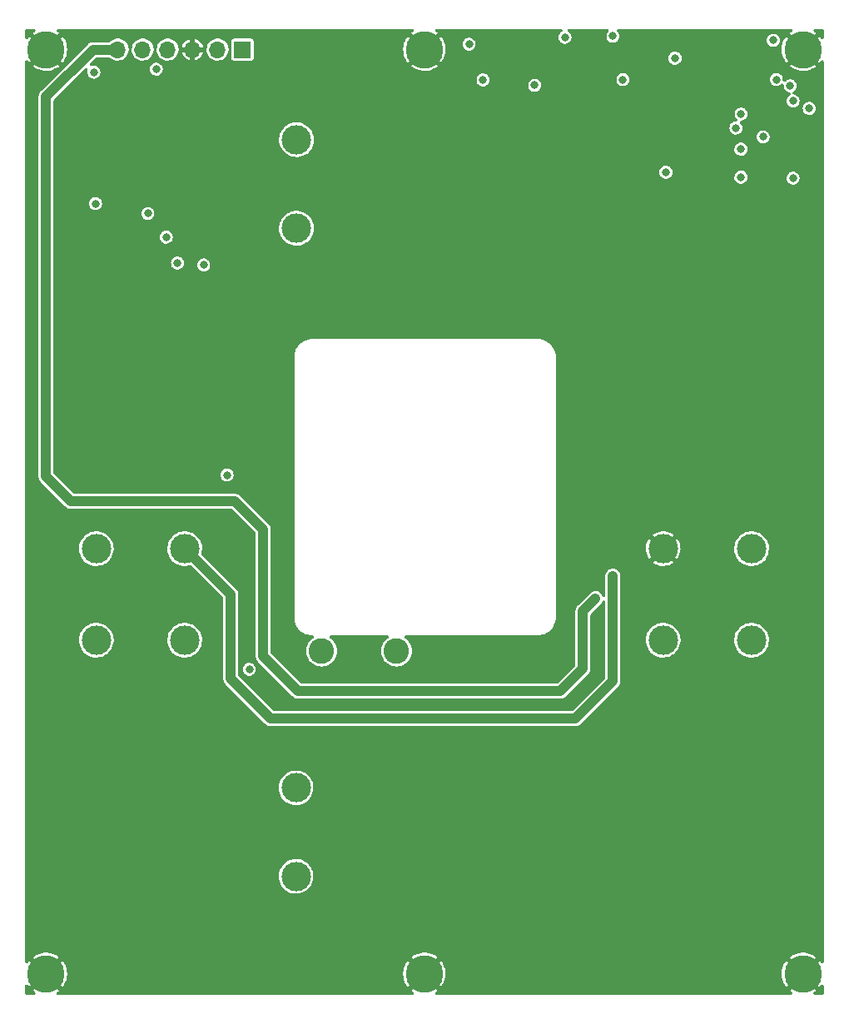
<source format=gbr>
%TF.GenerationSoftware,KiCad,Pcbnew,(6.0.5)*%
%TF.CreationDate,2022-08-19T15:51:03-07:00*%
%TF.ProjectId,X_Y_Panels,585f595f-5061-46e6-956c-732e6b696361,rev?*%
%TF.SameCoordinates,Original*%
%TF.FileFunction,Copper,L6,Bot*%
%TF.FilePolarity,Positive*%
%FSLAX46Y46*%
G04 Gerber Fmt 4.6, Leading zero omitted, Abs format (unit mm)*
G04 Created by KiCad (PCBNEW (6.0.5)) date 2022-08-19 15:51:03*
%MOMM*%
%LPD*%
G01*
G04 APERTURE LIST*
%TA.AperFunction,ComponentPad*%
%ADD10C,3.000000*%
%TD*%
%TA.AperFunction,ConnectorPad*%
%ADD11C,3.800000*%
%TD*%
%TA.AperFunction,ComponentPad*%
%ADD12C,2.600000*%
%TD*%
%TA.AperFunction,ComponentPad*%
%ADD13R,1.700000X1.700000*%
%TD*%
%TA.AperFunction,ComponentPad*%
%ADD14O,1.700000X1.700000*%
%TD*%
%TA.AperFunction,ViaPad*%
%ADD15C,0.800000*%
%TD*%
%TA.AperFunction,Conductor*%
%ADD16C,1.000000*%
%TD*%
G04 APERTURE END LIST*
D10*
%TO.P,SC3,1,+*%
%TO.N,Net-(D3-Pad2)*%
X129226000Y-129078000D03*
%TO.P,SC3,2,-*%
%TO.N,Net-(D4-Pad2)*%
X129226000Y-120078000D03*
%TD*%
D11*
%TO.P,H30,1,1*%
%TO.N,GND*%
X180792000Y-138997997D03*
D12*
X180792000Y-138997997D03*
%TD*%
D10*
%TO.P,SC2,1,+*%
%TO.N,Net-(D2-Pad2)*%
X108918000Y-105058000D03*
%TO.P,SC2,2,-*%
%TO.N,Net-(D3-Pad2)*%
X117918000Y-105058000D03*
%TD*%
D11*
%TO.P,H29,1,1*%
%TO.N,GND*%
X142292000Y-138997997D03*
D12*
X142292000Y-138997997D03*
%TD*%
D13*
%TO.P,J6,1,Pin_1*%
%TO.N,VBATT*%
X123792000Y-44997997D03*
D14*
%TO.P,J6,2,Pin_2*%
%TO.N,+3V3*%
X121252000Y-44997997D03*
%TO.P,J6,3,Pin_3*%
%TO.N,GND*%
X118712000Y-44997997D03*
%TO.P,J6,4,Pin_4*%
%TO.N,SDA*%
X116172000Y-44997997D03*
%TO.P,J6,5,Pin_5*%
%TO.N,SCL*%
X113632000Y-44997997D03*
%TO.P,J6,6,Pin_6*%
%TO.N,VSOLAR*%
X111092000Y-44997997D03*
%TD*%
D10*
%TO.P,SC1,1,+*%
%TO.N,Net-(D1-Pad2)*%
X117918000Y-95752000D03*
%TO.P,SC1,2,-*%
%TO.N,Net-(D2-Pad2)*%
X108918000Y-95752000D03*
%TD*%
%TO.P,SC5,1,+*%
%TO.N,Net-(D5-Pad2)*%
X166576000Y-105058000D03*
%TO.P,SC5,2,-*%
%TO.N,Net-(D6-Pad2)*%
X175576000Y-105058000D03*
%TD*%
D11*
%TO.P,H25,1,1*%
%TO.N,GND*%
X103792000Y-44997997D03*
D12*
X103792000Y-44997997D03*
%TD*%
%TO.P,H26,1,1*%
%TO.N,GND*%
X142292000Y-44997997D03*
D11*
X142292000Y-44997997D03*
%TD*%
D12*
%TO.P,H28,1,1*%
%TO.N,GND*%
X103792000Y-138997997D03*
D11*
X103792000Y-138997997D03*
%TD*%
D10*
%TO.P,SC4,1,+*%
%TO.N,Net-(D4-Pad2)*%
X129276000Y-63158000D03*
%TO.P,SC4,2,-*%
%TO.N,Net-(D5-Pad2)*%
X129276000Y-54158000D03*
%TD*%
D11*
%TO.P,H27,1,1*%
%TO.N,GND*%
X180792000Y-44997997D03*
D12*
X180792000Y-44997997D03*
%TD*%
%TO.P,TP5,1,1*%
%TO.N,Coil_IN*%
X131838000Y-106167998D03*
%TO.P,TP5,2,2*%
%TO.N,Coil_OUT*%
X139458000Y-106167998D03*
%TD*%
D10*
%TO.P,SC6,1,+*%
%TO.N,Net-(D6-Pad2)*%
X175576000Y-95752000D03*
%TO.P,SC6,2,-*%
%TO.N,GND*%
X166576000Y-95752000D03*
%TD*%
D15*
%TO.N,GND*%
X114610000Y-51430000D03*
X109410000Y-51440000D03*
X112126000Y-58005000D03*
X112127500Y-51402500D03*
X156331000Y-47373000D03*
X169881000Y-47698000D03*
X177036000Y-50028000D03*
X113431000Y-60198000D03*
X177926000Y-53698000D03*
X171436000Y-52528000D03*
X109306000Y-55723000D03*
X105381000Y-56998000D03*
X168578000Y-55634000D03*
X171046000Y-57558000D03*
%TO.N,VBATT*%
X115006000Y-46998000D03*
X108656000Y-47298000D03*
%TO.N,+3V3*%
X108831000Y-60673000D03*
X162482000Y-48047000D03*
%TO.N,SDA*%
X179778000Y-50220000D03*
X179781000Y-58073000D03*
%TO.N,SCL*%
X156581000Y-43748000D03*
X148256000Y-48073000D03*
%TO.N,Net-(Q1-Pad2)*%
X153506000Y-48623000D03*
X161468500Y-43623000D03*
%TO.N,Net-(Q3-Pad3)*%
X177781000Y-44048000D03*
X179506000Y-48673000D03*
%TO.N,Net-(Q3-Pad6)*%
X174481000Y-57973000D03*
X174481000Y-55123000D03*
X178081000Y-48048000D03*
X174506000Y-51548000D03*
%TO.N,Coil_IN*%
X117181000Y-66698000D03*
%TO.N,Coil_OUT*%
X119831000Y-66898000D03*
%TO.N,Net-(D1-Pad2)*%
X161466000Y-98560000D03*
%TO.N,Net-(D4-Pad2)*%
X124476000Y-108018000D03*
X122216000Y-88266000D03*
%TO.N,VSOLAR*%
X159686000Y-100848000D03*
%TO.N,SCL_ISO*%
X146831000Y-44448000D03*
X167781000Y-45873000D03*
X166856000Y-57473000D03*
X114156000Y-61673000D03*
%TO.N,SDA_ISO*%
X176731000Y-53873000D03*
X181431000Y-50973000D03*
X116031000Y-64073000D03*
X173981000Y-52973000D03*
%TD*%
D16*
%TO.N,Net-(D1-Pad2)*%
X122604000Y-108974000D02*
X126668000Y-113038000D01*
X126668000Y-113038000D02*
X157656000Y-113038000D01*
X161466000Y-109228000D02*
X161466000Y-98560000D01*
X122604000Y-100438000D02*
X122604000Y-108974000D01*
X157656000Y-113038000D02*
X161466000Y-109228000D01*
X117918000Y-95752000D02*
X122604000Y-100438000D01*
%TO.N,VSOLAR*%
X158418000Y-107958000D02*
X156132000Y-110244000D01*
X156132000Y-110244000D02*
X129462000Y-110244000D01*
X125906000Y-106688000D02*
X125906000Y-93815523D01*
X129462000Y-110244000D02*
X125906000Y-106688000D01*
X158418000Y-102116000D02*
X158418000Y-107958000D01*
X108602003Y-44997997D02*
X111092000Y-44997997D01*
X123030477Y-90940000D02*
X106348000Y-90940000D01*
X103808000Y-49792000D02*
X108602003Y-44997997D01*
X125906000Y-93815523D02*
X123030477Y-90940000D01*
X106348000Y-90940000D02*
X103808000Y-88400000D01*
X159686000Y-100848000D02*
X158418000Y-102116000D01*
X103808000Y-88400000D02*
X103808000Y-49792000D01*
%TD*%
%TA.AperFunction,Conductor*%
%TO.N,GND*%
G36*
X102634223Y-42898709D02*
G01*
X102691186Y-42949175D01*
X102718173Y-43020332D01*
X102709000Y-43095879D01*
X102665769Y-43158510D01*
X102641985Y-43175929D01*
X102564464Y-43222324D01*
X102555581Y-43228498D01*
X102474114Y-43293765D01*
X102464191Y-43306719D01*
X102466228Y-43313015D01*
X103778349Y-44625136D01*
X103792315Y-44633579D01*
X103801212Y-44629575D01*
X105111517Y-43319270D01*
X105119960Y-43305304D01*
X105117147Y-43299054D01*
X105046872Y-43241534D01*
X105038073Y-43235281D01*
X104939812Y-43175067D01*
X104886325Y-43120930D01*
X104864124Y-43048138D01*
X104878294Y-42973366D01*
X104925589Y-42913745D01*
X104995174Y-42882931D01*
X105022889Y-42880497D01*
X141060332Y-42880497D01*
X141134223Y-42898709D01*
X141191186Y-42949175D01*
X141218173Y-43020332D01*
X141209000Y-43095879D01*
X141165769Y-43158510D01*
X141141985Y-43175929D01*
X141064464Y-43222324D01*
X141055581Y-43228498D01*
X140974114Y-43293765D01*
X140964191Y-43306719D01*
X140966228Y-43313015D01*
X142278349Y-44625136D01*
X142292315Y-44633579D01*
X142301212Y-44629575D01*
X143611517Y-43319270D01*
X143619960Y-43305304D01*
X143617147Y-43299054D01*
X143546872Y-43241534D01*
X143538073Y-43235281D01*
X143439812Y-43175067D01*
X143386325Y-43120930D01*
X143364124Y-43048138D01*
X143378294Y-42973366D01*
X143425589Y-42913745D01*
X143495174Y-42882931D01*
X143522889Y-42880497D01*
X156166861Y-42880497D01*
X156240752Y-42898709D01*
X156297715Y-42949175D01*
X156324702Y-43020332D01*
X156315529Y-43095879D01*
X156272298Y-43158510D01*
X156239787Y-43180787D01*
X156207017Y-43197701D01*
X156086548Y-43302793D01*
X155994624Y-43433588D01*
X155936552Y-43582534D01*
X155915685Y-43741033D01*
X155916736Y-43750553D01*
X155916736Y-43750556D01*
X155924901Y-43824507D01*
X155933228Y-43899933D01*
X155988168Y-44050063D01*
X155993511Y-44058015D01*
X155993512Y-44058016D01*
X156068707Y-44169917D01*
X156077333Y-44182754D01*
X156195575Y-44290346D01*
X156203991Y-44294915D01*
X156203993Y-44294917D01*
X156327645Y-44362055D01*
X156327647Y-44362056D01*
X156336068Y-44366628D01*
X156405573Y-44384862D01*
X156461664Y-44399577D01*
X156490702Y-44407195D01*
X156500281Y-44407345D01*
X156500285Y-44407346D01*
X156574405Y-44408510D01*
X156650548Y-44409706D01*
X156660853Y-44407346D01*
X156687543Y-44401233D01*
X156806380Y-44374016D01*
X156949200Y-44302185D01*
X157070763Y-44198360D01*
X157164052Y-44068535D01*
X157223680Y-43920206D01*
X157246205Y-43761934D01*
X157246351Y-43748000D01*
X157227145Y-43589292D01*
X157170636Y-43439746D01*
X157164849Y-43431325D01*
X157085514Y-43315891D01*
X157085513Y-43315890D01*
X157080087Y-43307995D01*
X157067175Y-43296491D01*
X156967880Y-43208022D01*
X156967876Y-43208019D01*
X156960725Y-43201648D01*
X156952259Y-43197165D01*
X156952254Y-43197162D01*
X156919869Y-43180015D01*
X156863089Y-43129343D01*
X156836362Y-43058089D01*
X156845809Y-42982575D01*
X156889267Y-42920102D01*
X156956781Y-42884980D01*
X156994271Y-42880497D01*
X160890709Y-42880497D01*
X160964600Y-42898709D01*
X161021563Y-42949175D01*
X161048550Y-43020332D01*
X161039377Y-43095879D01*
X160995234Y-43159311D01*
X160974048Y-43177793D01*
X160882124Y-43308588D01*
X160878642Y-43317520D01*
X160878641Y-43317521D01*
X160834065Y-43431852D01*
X160824052Y-43457534D01*
X160803185Y-43616033D01*
X160804236Y-43625553D01*
X160804236Y-43625556D01*
X160817832Y-43748706D01*
X160820728Y-43774933D01*
X160875668Y-43925063D01*
X160881011Y-43933015D01*
X160881012Y-43933016D01*
X160958279Y-44048000D01*
X160964833Y-44057754D01*
X161083075Y-44165346D01*
X161091491Y-44169915D01*
X161091493Y-44169917D01*
X161215145Y-44237055D01*
X161215147Y-44237056D01*
X161223568Y-44241628D01*
X161284374Y-44257580D01*
X161367720Y-44279445D01*
X161378202Y-44282195D01*
X161387781Y-44282345D01*
X161387785Y-44282346D01*
X161461905Y-44283510D01*
X161538048Y-44284706D01*
X161548353Y-44282346D01*
X161656487Y-44257580D01*
X161693880Y-44249016D01*
X161836700Y-44177185D01*
X161899755Y-44123331D01*
X161950970Y-44079589D01*
X161950971Y-44079588D01*
X161958263Y-44073360D01*
X161981492Y-44041033D01*
X177115685Y-44041033D01*
X177116736Y-44050553D01*
X177116736Y-44050556D01*
X177131192Y-44181493D01*
X177133228Y-44199933D01*
X177188168Y-44350063D01*
X177193511Y-44358015D01*
X177193512Y-44358016D01*
X177268579Y-44469726D01*
X177277333Y-44482754D01*
X177395575Y-44590346D01*
X177403991Y-44594915D01*
X177403993Y-44594917D01*
X177527645Y-44662055D01*
X177527647Y-44662056D01*
X177536068Y-44666628D01*
X177690702Y-44707195D01*
X177700281Y-44707345D01*
X177700285Y-44707346D01*
X177774405Y-44708510D01*
X177850548Y-44709706D01*
X177860853Y-44707346D01*
X177945335Y-44687997D01*
X178006380Y-44674016D01*
X178149200Y-44602185D01*
X178270763Y-44498360D01*
X178364052Y-44368535D01*
X178423680Y-44220206D01*
X178446205Y-44061934D01*
X178446351Y-44048000D01*
X178427145Y-43889292D01*
X178380332Y-43765405D01*
X178374022Y-43748706D01*
X178374021Y-43748704D01*
X178370636Y-43739746D01*
X178327682Y-43677246D01*
X178285514Y-43615891D01*
X178285513Y-43615890D01*
X178280087Y-43607995D01*
X178267175Y-43596491D01*
X178167880Y-43508022D01*
X178167876Y-43508019D01*
X178160725Y-43501648D01*
X178019440Y-43426841D01*
X177864391Y-43387895D01*
X177784458Y-43387476D01*
X177714107Y-43387108D01*
X177714106Y-43387108D01*
X177704526Y-43387058D01*
X177656131Y-43398677D01*
X177558397Y-43422140D01*
X177558393Y-43422141D01*
X177549077Y-43424378D01*
X177540562Y-43428773D01*
X177540559Y-43428774D01*
X177415530Y-43493307D01*
X177407017Y-43497701D01*
X177399798Y-43503999D01*
X177399796Y-43504000D01*
X177293772Y-43596491D01*
X177286548Y-43602793D01*
X177194624Y-43733588D01*
X177191142Y-43742520D01*
X177191141Y-43742521D01*
X177147889Y-43853456D01*
X177136552Y-43882534D01*
X177115685Y-44041033D01*
X161981492Y-44041033D01*
X162051552Y-43943535D01*
X162111180Y-43795206D01*
X162133705Y-43636934D01*
X162133851Y-43623000D01*
X162114645Y-43464292D01*
X162058136Y-43314746D01*
X162052620Y-43306719D01*
X161973014Y-43190891D01*
X161973013Y-43190890D01*
X161967587Y-43182995D01*
X161939772Y-43158213D01*
X161896717Y-43095461D01*
X161887757Y-43019888D01*
X161914943Y-42948807D01*
X161972049Y-42898502D01*
X162045543Y-42880497D01*
X179560332Y-42880497D01*
X179634223Y-42898709D01*
X179691186Y-42949175D01*
X179718173Y-43020332D01*
X179709000Y-43095879D01*
X179665769Y-43158510D01*
X179641985Y-43175929D01*
X179564464Y-43222324D01*
X179555581Y-43228498D01*
X179474114Y-43293765D01*
X179464191Y-43306719D01*
X179466228Y-43313015D01*
X180778349Y-44625136D01*
X180792315Y-44633579D01*
X180801212Y-44629575D01*
X182111517Y-43319270D01*
X182119960Y-43305304D01*
X182117147Y-43299054D01*
X182046872Y-43241534D01*
X182038073Y-43235281D01*
X181939812Y-43175067D01*
X181886325Y-43120930D01*
X181864124Y-43048138D01*
X181878294Y-42973366D01*
X181925589Y-42913745D01*
X181995174Y-42882931D01*
X182022889Y-42880497D01*
X182750500Y-42880497D01*
X182824391Y-42898709D01*
X182881354Y-42949175D01*
X182908341Y-43020332D01*
X182909500Y-43039497D01*
X182909500Y-43762030D01*
X182891288Y-43835921D01*
X182840822Y-43892884D01*
X182769665Y-43919871D01*
X182694118Y-43910698D01*
X182631487Y-43867467D01*
X182620414Y-43853456D01*
X182497515Y-43678588D01*
X182485208Y-43667870D01*
X182480994Y-43668946D01*
X182478148Y-43671059D01*
X181164861Y-44984346D01*
X181156418Y-44998312D01*
X181160422Y-45007209D01*
X182471331Y-46318118D01*
X182485297Y-46326561D01*
X182490049Y-46324422D01*
X182491409Y-46323020D01*
X182611724Y-46159232D01*
X182616250Y-46152100D01*
X182671219Y-46099470D01*
X182744351Y-46078413D01*
X182818891Y-46093754D01*
X182877763Y-46141978D01*
X182907481Y-46212038D01*
X182909500Y-46237294D01*
X182909500Y-137762030D01*
X182891288Y-137835921D01*
X182840822Y-137892884D01*
X182769665Y-137919871D01*
X182694118Y-137910698D01*
X182631487Y-137867467D01*
X182620414Y-137853456D01*
X182497515Y-137678588D01*
X182485208Y-137667870D01*
X182480994Y-137668946D01*
X182478148Y-137671059D01*
X181164861Y-138984346D01*
X181156418Y-138998312D01*
X181160422Y-139007209D01*
X182471331Y-140318118D01*
X182485297Y-140326561D01*
X182490049Y-140324422D01*
X182491409Y-140323020D01*
X182611724Y-140159232D01*
X182616250Y-140152100D01*
X182671219Y-140099470D01*
X182744351Y-140078413D01*
X182818891Y-140093754D01*
X182877763Y-140141978D01*
X182907481Y-140212038D01*
X182909500Y-140237294D01*
X182909500Y-140956497D01*
X182891288Y-141030388D01*
X182840822Y-141087351D01*
X182769665Y-141114338D01*
X182750500Y-141115497D01*
X182024981Y-141115497D01*
X181951090Y-141097285D01*
X181894127Y-141046819D01*
X181867140Y-140975662D01*
X181876313Y-140900115D01*
X181919544Y-140837484D01*
X181944762Y-140819217D01*
X182000884Y-140786422D01*
X182009810Y-140780357D01*
X182109712Y-140702023D01*
X182119771Y-140689173D01*
X182117868Y-140683075D01*
X180805651Y-139370858D01*
X180791685Y-139362415D01*
X180782788Y-139366419D01*
X179472100Y-140677107D01*
X179463657Y-140691073D01*
X179466572Y-140697550D01*
X179518803Y-140741222D01*
X179527538Y-140747568D01*
X179645882Y-140821805D01*
X179698799Y-140876499D01*
X179720237Y-140949519D01*
X179705285Y-141024138D01*
X179657368Y-141083261D01*
X179587464Y-141113345D01*
X179561390Y-141115497D01*
X143524981Y-141115497D01*
X143451090Y-141097285D01*
X143394127Y-141046819D01*
X143367140Y-140975662D01*
X143376313Y-140900115D01*
X143419544Y-140837484D01*
X143444762Y-140819217D01*
X143500884Y-140786422D01*
X143509810Y-140780357D01*
X143609712Y-140702023D01*
X143619771Y-140689173D01*
X143617868Y-140683075D01*
X142305651Y-139370858D01*
X142291685Y-139362415D01*
X142282788Y-139366419D01*
X140972100Y-140677107D01*
X140963657Y-140691073D01*
X140966572Y-140697550D01*
X141018803Y-140741222D01*
X141027538Y-140747568D01*
X141145882Y-140821805D01*
X141198799Y-140876499D01*
X141220237Y-140949519D01*
X141205285Y-141024138D01*
X141157368Y-141083261D01*
X141087464Y-141113345D01*
X141061390Y-141115497D01*
X105024981Y-141115497D01*
X104951090Y-141097285D01*
X104894127Y-141046819D01*
X104867140Y-140975662D01*
X104876313Y-140900115D01*
X104919544Y-140837484D01*
X104944762Y-140819217D01*
X105000884Y-140786422D01*
X105009810Y-140780357D01*
X105109712Y-140702023D01*
X105119771Y-140689173D01*
X105117868Y-140683075D01*
X103805651Y-139370858D01*
X103791685Y-139362415D01*
X103782788Y-139366419D01*
X102472100Y-140677107D01*
X102463657Y-140691073D01*
X102466572Y-140697550D01*
X102518803Y-140741222D01*
X102527538Y-140747568D01*
X102645882Y-140821805D01*
X102698799Y-140876499D01*
X102720237Y-140949519D01*
X102705285Y-141024138D01*
X102657368Y-141083261D01*
X102587464Y-141113345D01*
X102561390Y-141115497D01*
X101833606Y-141115497D01*
X101759715Y-141097285D01*
X101702752Y-141046819D01*
X101675765Y-140975662D01*
X101674606Y-140956466D01*
X101674608Y-140949519D01*
X101674748Y-140232391D01*
X101692975Y-140158503D01*
X101743451Y-140101550D01*
X101814614Y-140074578D01*
X101890159Y-140083765D01*
X101952782Y-140127009D01*
X101964784Y-140142363D01*
X102085677Y-140318264D01*
X102097871Y-140329111D01*
X102101674Y-140328182D01*
X102105177Y-140325610D01*
X103419139Y-139011648D01*
X103427201Y-138998312D01*
X104156418Y-138998312D01*
X104160422Y-139007209D01*
X105471331Y-140318118D01*
X105485297Y-140326561D01*
X105490049Y-140324422D01*
X105491409Y-140323020D01*
X105611730Y-140159224D01*
X105617513Y-140150112D01*
X105752488Y-139901519D01*
X105756984Y-139891698D01*
X105856972Y-139627086D01*
X105860092Y-139616752D01*
X105923244Y-139341019D01*
X105924933Y-139330357D01*
X105950281Y-139046322D01*
X105950592Y-139040081D01*
X105951000Y-139001116D01*
X105950821Y-138994891D01*
X105949860Y-138980791D01*
X140133397Y-138980791D01*
X140149680Y-139263190D01*
X140151033Y-139273905D01*
X140205494Y-139551494D01*
X140208284Y-139561908D01*
X140299915Y-139829539D01*
X140304098Y-139839490D01*
X140431201Y-140092204D01*
X140436694Y-140101493D01*
X140585676Y-140318263D01*
X140597871Y-140329111D01*
X140601674Y-140328182D01*
X140605177Y-140325610D01*
X141919139Y-139011648D01*
X141927201Y-138998312D01*
X142656418Y-138998312D01*
X142660422Y-139007209D01*
X143971331Y-140318118D01*
X143985297Y-140326561D01*
X143990049Y-140324422D01*
X143991409Y-140323020D01*
X144111730Y-140159224D01*
X144117513Y-140150112D01*
X144252488Y-139901519D01*
X144256984Y-139891698D01*
X144356972Y-139627086D01*
X144360092Y-139616752D01*
X144423244Y-139341019D01*
X144424933Y-139330357D01*
X144450281Y-139046322D01*
X144450592Y-139040081D01*
X144451000Y-139001116D01*
X144450821Y-138994891D01*
X144449860Y-138980791D01*
X178633397Y-138980791D01*
X178649680Y-139263190D01*
X178651033Y-139273905D01*
X178705494Y-139551494D01*
X178708284Y-139561908D01*
X178799915Y-139829539D01*
X178804098Y-139839490D01*
X178931201Y-140092204D01*
X178936694Y-140101493D01*
X179085676Y-140318263D01*
X179097871Y-140329111D01*
X179101674Y-140328182D01*
X179105177Y-140325610D01*
X180419139Y-139011648D01*
X180427582Y-138997682D01*
X180423578Y-138988785D01*
X179112039Y-137677246D01*
X179098073Y-137668803D01*
X179093714Y-137670765D01*
X179091810Y-137672749D01*
X178960218Y-137855879D01*
X178954519Y-137865070D01*
X178822152Y-138115066D01*
X178817768Y-138124913D01*
X178720554Y-138390564D01*
X178717541Y-138400935D01*
X178657282Y-138677306D01*
X178655703Y-138687997D01*
X178633509Y-138969996D01*
X178633397Y-138980791D01*
X144449860Y-138980791D01*
X144431425Y-138710380D01*
X144429959Y-138699681D01*
X144372600Y-138422703D01*
X144369690Y-138412278D01*
X144275272Y-138145650D01*
X144270977Y-138135726D01*
X144141244Y-137884373D01*
X144135648Y-137875131D01*
X143997515Y-137678588D01*
X143985208Y-137667870D01*
X143980994Y-137668946D01*
X143978148Y-137671059D01*
X142664861Y-138984346D01*
X142656418Y-138998312D01*
X141927201Y-138998312D01*
X141927582Y-138997682D01*
X141923578Y-138988785D01*
X140612039Y-137677246D01*
X140598073Y-137668803D01*
X140593714Y-137670765D01*
X140591810Y-137672749D01*
X140460218Y-137855879D01*
X140454519Y-137865070D01*
X140322152Y-138115066D01*
X140317768Y-138124913D01*
X140220554Y-138390564D01*
X140217541Y-138400935D01*
X140157282Y-138677306D01*
X140155703Y-138687997D01*
X140133509Y-138969996D01*
X140133397Y-138980791D01*
X105949860Y-138980791D01*
X105931425Y-138710380D01*
X105929959Y-138699681D01*
X105872600Y-138422703D01*
X105869690Y-138412278D01*
X105775272Y-138145650D01*
X105770977Y-138135726D01*
X105641244Y-137884373D01*
X105635648Y-137875131D01*
X105497515Y-137678588D01*
X105485208Y-137667870D01*
X105480994Y-137668946D01*
X105478148Y-137671059D01*
X104164861Y-138984346D01*
X104156418Y-138998312D01*
X103427201Y-138998312D01*
X103427582Y-138997682D01*
X103423578Y-138988785D01*
X102112039Y-137677246D01*
X102098073Y-137668803D01*
X102093714Y-137670765D01*
X102091810Y-137672749D01*
X101963354Y-137851515D01*
X101905446Y-137900893D01*
X101831223Y-137917704D01*
X101757690Y-137898096D01*
X101701692Y-137846561D01*
X101676058Y-137774906D01*
X101675233Y-137758701D01*
X101675322Y-137306719D01*
X102464191Y-137306719D01*
X102466228Y-137313015D01*
X103778349Y-138625136D01*
X103792315Y-138633579D01*
X103801212Y-138629575D01*
X105111517Y-137319270D01*
X105119105Y-137306719D01*
X140964191Y-137306719D01*
X140966228Y-137313015D01*
X142278349Y-138625136D01*
X142292315Y-138633579D01*
X142301212Y-138629575D01*
X143611517Y-137319270D01*
X143619105Y-137306719D01*
X179464191Y-137306719D01*
X179466228Y-137313015D01*
X180778349Y-138625136D01*
X180792315Y-138633579D01*
X180801212Y-138629575D01*
X182111517Y-137319270D01*
X182119960Y-137305304D01*
X182117147Y-137299054D01*
X182046872Y-137241534D01*
X182038073Y-137235281D01*
X181796888Y-137087483D01*
X181787312Y-137082477D01*
X181528312Y-136968784D01*
X181518131Y-136965118D01*
X181246090Y-136887626D01*
X181235534Y-136885382D01*
X180955480Y-136845524D01*
X180944714Y-136844734D01*
X180661839Y-136843252D01*
X180651074Y-136843930D01*
X180370610Y-136880853D01*
X180360038Y-136882985D01*
X180087189Y-136957628D01*
X180076980Y-136961184D01*
X179816801Y-137072160D01*
X179807174Y-137077066D01*
X179564464Y-137222324D01*
X179555581Y-137228498D01*
X179474114Y-137293765D01*
X179464191Y-137306719D01*
X143619105Y-137306719D01*
X143619960Y-137305304D01*
X143617147Y-137299054D01*
X143546872Y-137241534D01*
X143538073Y-137235281D01*
X143296888Y-137087483D01*
X143287312Y-137082477D01*
X143028312Y-136968784D01*
X143018131Y-136965118D01*
X142746090Y-136887626D01*
X142735534Y-136885382D01*
X142455480Y-136845524D01*
X142444714Y-136844734D01*
X142161839Y-136843252D01*
X142151074Y-136843930D01*
X141870610Y-136880853D01*
X141860038Y-136882985D01*
X141587189Y-136957628D01*
X141576980Y-136961184D01*
X141316801Y-137072160D01*
X141307174Y-137077066D01*
X141064464Y-137222324D01*
X141055581Y-137228498D01*
X140974114Y-137293765D01*
X140964191Y-137306719D01*
X105119105Y-137306719D01*
X105119960Y-137305304D01*
X105117147Y-137299054D01*
X105046872Y-137241534D01*
X105038073Y-137235281D01*
X104796888Y-137087483D01*
X104787312Y-137082477D01*
X104528312Y-136968784D01*
X104518131Y-136965118D01*
X104246090Y-136887626D01*
X104235534Y-136885382D01*
X103955480Y-136845524D01*
X103944714Y-136844734D01*
X103661839Y-136843252D01*
X103651074Y-136843930D01*
X103370610Y-136880853D01*
X103360038Y-136882985D01*
X103087189Y-136957628D01*
X103076980Y-136961184D01*
X102816801Y-137072160D01*
X102807174Y-137077066D01*
X102564464Y-137222324D01*
X102555581Y-137228498D01*
X102474114Y-137293765D01*
X102464191Y-137306719D01*
X101675322Y-137306719D01*
X101676942Y-129031786D01*
X127461168Y-129031786D01*
X127473722Y-129293153D01*
X127524771Y-129549793D01*
X127613193Y-129796068D01*
X127737046Y-130026569D01*
X127893608Y-130236231D01*
X127897794Y-130240380D01*
X127897796Y-130240383D01*
X128075256Y-130416302D01*
X128075261Y-130416306D01*
X128079440Y-130420449D01*
X128191281Y-130502454D01*
X128285702Y-130571686D01*
X128285706Y-130571688D01*
X128290461Y-130575175D01*
X128295677Y-130577919D01*
X128295683Y-130577923D01*
X128516814Y-130694266D01*
X128516818Y-130694268D01*
X128522034Y-130697012D01*
X128769071Y-130783281D01*
X129026147Y-130832089D01*
X129032049Y-130832321D01*
X129032050Y-130832321D01*
X129074600Y-130833993D01*
X129287613Y-130842362D01*
X129547725Y-130813875D01*
X129553425Y-130812374D01*
X129553432Y-130812373D01*
X129795066Y-130748755D01*
X129795069Y-130748754D01*
X129800770Y-130747253D01*
X130041188Y-130643962D01*
X130046203Y-130640858D01*
X130046208Y-130640856D01*
X130171981Y-130563025D01*
X130263698Y-130506269D01*
X130268201Y-130502457D01*
X130268205Y-130502454D01*
X130458912Y-130341008D01*
X130458914Y-130341006D01*
X130463411Y-130337199D01*
X130635941Y-130140467D01*
X130777496Y-129920394D01*
X130884968Y-129681815D01*
X130955995Y-129429972D01*
X130989018Y-129170396D01*
X130991437Y-129078000D01*
X130972045Y-128817052D01*
X130961723Y-128771435D01*
X130915600Y-128567597D01*
X130915598Y-128567592D01*
X130914296Y-128561836D01*
X130819457Y-128317960D01*
X130795766Y-128276508D01*
X130692545Y-128095908D01*
X130692544Y-128095907D01*
X130689614Y-128090780D01*
X130527617Y-127885288D01*
X130337026Y-127705998D01*
X130122027Y-127556848D01*
X130014174Y-127503661D01*
X129892631Y-127443722D01*
X129892628Y-127443721D01*
X129887344Y-127441115D01*
X129881732Y-127439318D01*
X129881728Y-127439317D01*
X129643747Y-127363139D01*
X129643746Y-127363139D01*
X129638133Y-127361342D01*
X129585628Y-127352791D01*
X129385697Y-127320230D01*
X129385693Y-127320230D01*
X129379868Y-127319281D01*
X129249046Y-127317569D01*
X129124129Y-127315933D01*
X129124125Y-127315933D01*
X129118223Y-127315856D01*
X129020756Y-127329121D01*
X128864785Y-127350347D01*
X128864782Y-127350348D01*
X128858945Y-127351142D01*
X128853292Y-127352790D01*
X128853286Y-127352791D01*
X128733338Y-127387753D01*
X128607731Y-127424364D01*
X128602383Y-127426830D01*
X128602379Y-127426831D01*
X128375458Y-127531443D01*
X128375453Y-127531446D01*
X128370099Y-127533914D01*
X128365166Y-127537148D01*
X128365161Y-127537151D01*
X128156204Y-127674150D01*
X128151270Y-127677385D01*
X127956051Y-127851624D01*
X127788730Y-128052806D01*
X127652984Y-128276508D01*
X127551794Y-128517819D01*
X127487384Y-128771435D01*
X127461168Y-129031786D01*
X101676942Y-129031786D01*
X101678488Y-121139322D01*
X101678491Y-121139174D01*
X101678500Y-121139070D01*
X101678500Y-121076929D01*
X101678506Y-121046298D01*
X101678500Y-121046262D01*
X101678500Y-120031786D01*
X127461168Y-120031786D01*
X127473722Y-120293153D01*
X127524771Y-120549793D01*
X127613193Y-120796068D01*
X127737046Y-121026569D01*
X127893608Y-121236231D01*
X127897794Y-121240380D01*
X127897796Y-121240383D01*
X128075256Y-121416302D01*
X128075261Y-121416306D01*
X128079440Y-121420449D01*
X128191281Y-121502454D01*
X128285702Y-121571686D01*
X128285706Y-121571688D01*
X128290461Y-121575175D01*
X128295677Y-121577919D01*
X128295683Y-121577923D01*
X128516814Y-121694266D01*
X128516818Y-121694268D01*
X128522034Y-121697012D01*
X128769071Y-121783281D01*
X129026147Y-121832089D01*
X129032049Y-121832321D01*
X129032050Y-121832321D01*
X129074600Y-121833993D01*
X129287613Y-121842362D01*
X129547725Y-121813875D01*
X129553425Y-121812374D01*
X129553432Y-121812373D01*
X129795066Y-121748755D01*
X129795069Y-121748754D01*
X129800770Y-121747253D01*
X130041188Y-121643962D01*
X130046203Y-121640858D01*
X130046208Y-121640856D01*
X130171981Y-121563025D01*
X130263698Y-121506269D01*
X130268201Y-121502457D01*
X130268205Y-121502454D01*
X130458912Y-121341008D01*
X130458914Y-121341006D01*
X130463411Y-121337199D01*
X130635941Y-121140467D01*
X130777496Y-120920394D01*
X130884968Y-120681815D01*
X130955995Y-120429972D01*
X130989018Y-120170396D01*
X130991437Y-120078000D01*
X130972045Y-119817052D01*
X130961723Y-119771435D01*
X130915600Y-119567597D01*
X130915598Y-119567592D01*
X130914296Y-119561836D01*
X130819457Y-119317960D01*
X130795766Y-119276508D01*
X130692545Y-119095908D01*
X130692544Y-119095907D01*
X130689614Y-119090780D01*
X130527617Y-118885288D01*
X130337026Y-118705998D01*
X130122027Y-118556848D01*
X130014174Y-118503661D01*
X129892631Y-118443722D01*
X129892628Y-118443721D01*
X129887344Y-118441115D01*
X129881732Y-118439318D01*
X129881728Y-118439317D01*
X129643747Y-118363139D01*
X129643746Y-118363139D01*
X129638133Y-118361342D01*
X129585628Y-118352791D01*
X129385697Y-118320230D01*
X129385693Y-118320230D01*
X129379868Y-118319281D01*
X129249045Y-118317568D01*
X129124129Y-118315933D01*
X129124125Y-118315933D01*
X129118223Y-118315856D01*
X129020756Y-118329121D01*
X128864785Y-118350347D01*
X128864782Y-118350348D01*
X128858945Y-118351142D01*
X128853292Y-118352790D01*
X128853286Y-118352791D01*
X128733338Y-118387753D01*
X128607731Y-118424364D01*
X128602383Y-118426830D01*
X128602379Y-118426831D01*
X128375458Y-118531443D01*
X128375453Y-118531446D01*
X128370099Y-118533914D01*
X128365166Y-118537148D01*
X128365161Y-118537151D01*
X128156204Y-118674150D01*
X128151270Y-118677385D01*
X127956051Y-118851624D01*
X127788730Y-119052806D01*
X127652984Y-119276508D01*
X127551794Y-119517819D01*
X127487384Y-119771435D01*
X127461168Y-120031786D01*
X101678500Y-120031786D01*
X101678500Y-105011786D01*
X107153168Y-105011786D01*
X107165722Y-105273153D01*
X107216771Y-105529793D01*
X107305193Y-105776068D01*
X107307985Y-105781264D01*
X107387555Y-105929350D01*
X107429046Y-106006569D01*
X107585608Y-106216231D01*
X107589794Y-106220380D01*
X107589796Y-106220383D01*
X107767256Y-106396302D01*
X107767261Y-106396306D01*
X107771440Y-106400449D01*
X107883281Y-106482454D01*
X107977702Y-106551686D01*
X107977706Y-106551688D01*
X107982461Y-106555175D01*
X107987677Y-106557919D01*
X107987683Y-106557923D01*
X108208814Y-106674266D01*
X108208818Y-106674268D01*
X108214034Y-106677012D01*
X108461071Y-106763281D01*
X108718147Y-106812089D01*
X108724049Y-106812321D01*
X108724050Y-106812321D01*
X108766600Y-106813993D01*
X108979613Y-106822362D01*
X109239725Y-106793875D01*
X109245425Y-106792374D01*
X109245432Y-106792373D01*
X109487066Y-106728755D01*
X109487069Y-106728754D01*
X109492770Y-106727253D01*
X109733188Y-106623962D01*
X109738203Y-106620858D01*
X109738208Y-106620856D01*
X109863981Y-106543025D01*
X109955698Y-106486269D01*
X109960201Y-106482457D01*
X109960205Y-106482454D01*
X110150912Y-106321008D01*
X110150914Y-106321006D01*
X110155411Y-106317199D01*
X110327941Y-106120467D01*
X110469496Y-105900394D01*
X110576968Y-105661815D01*
X110647995Y-105409972D01*
X110681018Y-105150396D01*
X110683437Y-105058000D01*
X110680003Y-105011786D01*
X116153168Y-105011786D01*
X116165722Y-105273153D01*
X116216771Y-105529793D01*
X116305193Y-105776068D01*
X116307985Y-105781264D01*
X116387555Y-105929350D01*
X116429046Y-106006569D01*
X116585608Y-106216231D01*
X116589794Y-106220380D01*
X116589796Y-106220383D01*
X116767256Y-106396302D01*
X116767261Y-106396306D01*
X116771440Y-106400449D01*
X116883281Y-106482454D01*
X116977702Y-106551686D01*
X116977706Y-106551688D01*
X116982461Y-106555175D01*
X116987677Y-106557919D01*
X116987683Y-106557923D01*
X117208814Y-106674266D01*
X117208818Y-106674268D01*
X117214034Y-106677012D01*
X117461071Y-106763281D01*
X117718147Y-106812089D01*
X117724049Y-106812321D01*
X117724050Y-106812321D01*
X117766600Y-106813993D01*
X117979613Y-106822362D01*
X118239725Y-106793875D01*
X118245425Y-106792374D01*
X118245432Y-106792373D01*
X118487066Y-106728755D01*
X118487069Y-106728754D01*
X118492770Y-106727253D01*
X118733188Y-106623962D01*
X118738203Y-106620858D01*
X118738208Y-106620856D01*
X118863981Y-106543025D01*
X118955698Y-106486269D01*
X118960201Y-106482457D01*
X118960205Y-106482454D01*
X119150912Y-106321008D01*
X119150914Y-106321006D01*
X119155411Y-106317199D01*
X119327941Y-106120467D01*
X119469496Y-105900394D01*
X119576968Y-105661815D01*
X119647995Y-105409972D01*
X119681018Y-105150396D01*
X119683437Y-105058000D01*
X119664045Y-104797052D01*
X119662742Y-104791293D01*
X119607600Y-104547597D01*
X119607598Y-104547592D01*
X119606296Y-104541836D01*
X119511457Y-104297960D01*
X119487766Y-104256508D01*
X119384545Y-104075908D01*
X119384544Y-104075907D01*
X119381614Y-104070780D01*
X119219617Y-103865288D01*
X119029026Y-103685998D01*
X118814027Y-103536848D01*
X118706174Y-103483661D01*
X118584631Y-103423722D01*
X118584628Y-103423721D01*
X118579344Y-103421115D01*
X118573732Y-103419318D01*
X118573728Y-103419317D01*
X118335747Y-103343139D01*
X118335746Y-103343139D01*
X118330133Y-103341342D01*
X118277628Y-103332791D01*
X118077697Y-103300230D01*
X118077693Y-103300230D01*
X118071868Y-103299281D01*
X117941045Y-103297568D01*
X117816129Y-103295933D01*
X117816125Y-103295933D01*
X117810223Y-103295856D01*
X117712756Y-103309121D01*
X117556785Y-103330347D01*
X117556782Y-103330348D01*
X117550945Y-103331142D01*
X117545292Y-103332790D01*
X117545286Y-103332791D01*
X117425338Y-103367753D01*
X117299731Y-103404364D01*
X117294383Y-103406830D01*
X117294379Y-103406831D01*
X117067458Y-103511443D01*
X117067453Y-103511446D01*
X117062099Y-103513914D01*
X117057166Y-103517148D01*
X117057161Y-103517151D01*
X116848204Y-103654150D01*
X116843270Y-103657385D01*
X116648051Y-103831624D01*
X116644281Y-103836157D01*
X116644278Y-103836160D01*
X116623416Y-103861244D01*
X116480730Y-104032806D01*
X116344984Y-104256508D01*
X116243794Y-104497819D01*
X116242343Y-104503531D01*
X116242343Y-104503532D01*
X116227901Y-104560399D01*
X116179384Y-104751435D01*
X116153168Y-105011786D01*
X110680003Y-105011786D01*
X110664045Y-104797052D01*
X110662742Y-104791293D01*
X110607600Y-104547597D01*
X110607598Y-104547592D01*
X110606296Y-104541836D01*
X110511457Y-104297960D01*
X110487766Y-104256508D01*
X110384545Y-104075908D01*
X110384544Y-104075907D01*
X110381614Y-104070780D01*
X110219617Y-103865288D01*
X110029026Y-103685998D01*
X109814027Y-103536848D01*
X109706174Y-103483661D01*
X109584631Y-103423722D01*
X109584628Y-103423721D01*
X109579344Y-103421115D01*
X109573732Y-103419318D01*
X109573728Y-103419317D01*
X109335747Y-103343139D01*
X109335746Y-103343139D01*
X109330133Y-103341342D01*
X109277628Y-103332791D01*
X109077697Y-103300230D01*
X109077693Y-103300230D01*
X109071868Y-103299281D01*
X108941045Y-103297568D01*
X108816129Y-103295933D01*
X108816125Y-103295933D01*
X108810223Y-103295856D01*
X108712756Y-103309121D01*
X108556785Y-103330347D01*
X108556782Y-103330348D01*
X108550945Y-103331142D01*
X108545292Y-103332790D01*
X108545286Y-103332791D01*
X108425338Y-103367753D01*
X108299731Y-103404364D01*
X108294383Y-103406830D01*
X108294379Y-103406831D01*
X108067458Y-103511443D01*
X108067453Y-103511446D01*
X108062099Y-103513914D01*
X108057166Y-103517148D01*
X108057161Y-103517151D01*
X107848204Y-103654150D01*
X107843270Y-103657385D01*
X107648051Y-103831624D01*
X107644281Y-103836157D01*
X107644278Y-103836160D01*
X107623416Y-103861244D01*
X107480730Y-104032806D01*
X107344984Y-104256508D01*
X107243794Y-104497819D01*
X107242343Y-104503531D01*
X107242343Y-104503532D01*
X107227901Y-104560399D01*
X107179384Y-104751435D01*
X107153168Y-105011786D01*
X101678500Y-105011786D01*
X101678500Y-95705786D01*
X107153168Y-95705786D01*
X107165722Y-95967153D01*
X107216771Y-96223793D01*
X107218762Y-96229338D01*
X107218763Y-96229342D01*
X107231473Y-96264741D01*
X107305193Y-96470068D01*
X107307985Y-96475264D01*
X107424371Y-96691868D01*
X107429046Y-96700569D01*
X107585608Y-96910231D01*
X107589794Y-96914380D01*
X107589796Y-96914383D01*
X107767256Y-97090302D01*
X107767261Y-97090306D01*
X107771440Y-97094449D01*
X107852243Y-97153696D01*
X107977702Y-97245686D01*
X107977706Y-97245688D01*
X107982461Y-97249175D01*
X107987677Y-97251919D01*
X107987683Y-97251923D01*
X108208814Y-97368266D01*
X108208818Y-97368268D01*
X108214034Y-97371012D01*
X108461071Y-97457281D01*
X108718147Y-97506089D01*
X108724049Y-97506321D01*
X108724050Y-97506321D01*
X108766600Y-97507993D01*
X108979613Y-97516362D01*
X109239725Y-97487875D01*
X109245425Y-97486374D01*
X109245432Y-97486373D01*
X109487066Y-97422755D01*
X109487069Y-97422754D01*
X109492770Y-97421253D01*
X109733188Y-97317962D01*
X109738203Y-97314858D01*
X109738208Y-97314856D01*
X109863981Y-97237025D01*
X109955698Y-97180269D01*
X109960201Y-97176457D01*
X109960205Y-97176454D01*
X110150912Y-97015008D01*
X110150914Y-97015006D01*
X110155411Y-97011199D01*
X110327941Y-96814467D01*
X110469496Y-96594394D01*
X110576968Y-96355815D01*
X110581230Y-96340705D01*
X110646393Y-96109652D01*
X110646393Y-96109651D01*
X110647995Y-96103972D01*
X110681018Y-95844396D01*
X110683437Y-95752000D01*
X110664045Y-95491052D01*
X110652685Y-95440846D01*
X110607600Y-95241597D01*
X110607598Y-95241592D01*
X110606296Y-95235836D01*
X110511457Y-94991960D01*
X110487766Y-94950508D01*
X110384545Y-94769908D01*
X110384544Y-94769907D01*
X110381614Y-94764780D01*
X110219617Y-94559288D01*
X110029026Y-94379998D01*
X109814027Y-94230848D01*
X109706174Y-94177661D01*
X109584631Y-94117722D01*
X109584628Y-94117721D01*
X109579344Y-94115115D01*
X109573732Y-94113318D01*
X109573728Y-94113317D01*
X109335747Y-94037139D01*
X109335746Y-94037139D01*
X109330133Y-94035342D01*
X109277628Y-94026791D01*
X109077697Y-93994230D01*
X109077693Y-93994230D01*
X109071868Y-93993281D01*
X108941045Y-93991568D01*
X108816129Y-93989933D01*
X108816125Y-93989933D01*
X108810223Y-93989856D01*
X108737905Y-93999698D01*
X108556785Y-94024347D01*
X108556782Y-94024348D01*
X108550945Y-94025142D01*
X108545292Y-94026790D01*
X108545286Y-94026791D01*
X108425338Y-94061753D01*
X108299731Y-94098364D01*
X108294383Y-94100830D01*
X108294379Y-94100831D01*
X108067458Y-94205443D01*
X108067453Y-94205446D01*
X108062099Y-94207914D01*
X108057166Y-94211148D01*
X108057161Y-94211151D01*
X107849662Y-94347194D01*
X107843270Y-94351385D01*
X107648051Y-94525624D01*
X107480730Y-94726806D01*
X107344984Y-94950508D01*
X107243794Y-95191819D01*
X107179384Y-95445435D01*
X107153168Y-95705786D01*
X101678500Y-95705786D01*
X101678500Y-88373278D01*
X103042790Y-88373278D01*
X103043539Y-88382484D01*
X103046977Y-88424757D01*
X103047500Y-88437647D01*
X103047500Y-88444405D01*
X103048035Y-88448992D01*
X103050731Y-88472121D01*
X103051278Y-88477642D01*
X103057166Y-88550031D01*
X103060013Y-88558818D01*
X103060729Y-88562401D01*
X103060810Y-88562911D01*
X103060943Y-88563388D01*
X103061790Y-88566971D01*
X103062859Y-88576144D01*
X103087656Y-88644459D01*
X103089432Y-88649634D01*
X103111819Y-88718736D01*
X103116613Y-88726636D01*
X103118135Y-88729960D01*
X103118331Y-88730439D01*
X103118567Y-88730866D01*
X103120218Y-88734162D01*
X103123367Y-88742839D01*
X103128430Y-88750561D01*
X103163182Y-88803568D01*
X103166142Y-88808260D01*
X103203816Y-88870344D01*
X103211236Y-88878745D01*
X103211885Y-88879394D01*
X103215767Y-88883773D01*
X103220599Y-88891143D01*
X103227302Y-88897493D01*
X103227303Y-88897494D01*
X103276648Y-88944239D01*
X103279730Y-88947239D01*
X105760952Y-91428461D01*
X105776582Y-91446649D01*
X105788019Y-91462190D01*
X105795059Y-91468171D01*
X105827385Y-91495634D01*
X105836869Y-91504378D01*
X105841644Y-91509153D01*
X105863545Y-91526481D01*
X105867803Y-91529972D01*
X105923168Y-91577008D01*
X105931394Y-91581209D01*
X105934447Y-91583245D01*
X105934849Y-91583538D01*
X105935273Y-91583776D01*
X105938413Y-91585715D01*
X105945658Y-91591447D01*
X105954026Y-91595358D01*
X105954028Y-91595359D01*
X106011456Y-91622198D01*
X106016405Y-91624616D01*
X106081106Y-91657655D01*
X106090083Y-91659851D01*
X106093513Y-91661127D01*
X106093979Y-91661322D01*
X106094457Y-91661460D01*
X106097947Y-91662621D01*
X106106315Y-91666532D01*
X106177384Y-91681314D01*
X106182798Y-91682539D01*
X106253361Y-91699806D01*
X106261239Y-91700295D01*
X106262109Y-91700349D01*
X106262119Y-91700349D01*
X106264548Y-91700500D01*
X106265458Y-91700500D01*
X106271312Y-91700851D01*
X106279935Y-91702645D01*
X106357075Y-91700558D01*
X106361375Y-91700500D01*
X122649608Y-91700500D01*
X122723499Y-91718712D01*
X122762038Y-91747070D01*
X125098930Y-94083962D01*
X125138301Y-94149089D01*
X125145500Y-94196392D01*
X125145500Y-106618295D01*
X125143693Y-106642196D01*
X125140790Y-106661278D01*
X125142070Y-106677012D01*
X125144977Y-106712757D01*
X125145500Y-106725647D01*
X125145500Y-106732405D01*
X125146035Y-106736992D01*
X125148731Y-106760121D01*
X125149278Y-106765642D01*
X125153892Y-106822362D01*
X125155166Y-106838031D01*
X125158013Y-106846818D01*
X125158729Y-106850401D01*
X125158810Y-106850911D01*
X125158943Y-106851388D01*
X125159790Y-106854971D01*
X125160859Y-106864144D01*
X125185656Y-106932459D01*
X125187432Y-106937634D01*
X125209819Y-107006736D01*
X125214613Y-107014636D01*
X125216135Y-107017960D01*
X125216331Y-107018439D01*
X125216567Y-107018866D01*
X125218218Y-107022162D01*
X125221367Y-107030839D01*
X125226430Y-107038561D01*
X125261182Y-107091568D01*
X125264142Y-107096260D01*
X125301816Y-107158344D01*
X125309236Y-107166745D01*
X125309885Y-107167394D01*
X125313767Y-107171773D01*
X125318599Y-107179143D01*
X125325302Y-107185493D01*
X125325303Y-107185494D01*
X125374648Y-107232239D01*
X125377730Y-107235239D01*
X128874952Y-110732461D01*
X128890582Y-110750649D01*
X128902019Y-110766190D01*
X128909059Y-110772171D01*
X128941385Y-110799634D01*
X128950869Y-110808378D01*
X128955644Y-110813153D01*
X128977545Y-110830481D01*
X128981803Y-110833972D01*
X129037168Y-110881008D01*
X129045394Y-110885209D01*
X129048447Y-110887245D01*
X129048849Y-110887538D01*
X129049273Y-110887776D01*
X129052413Y-110889715D01*
X129059658Y-110895447D01*
X129068026Y-110899358D01*
X129068028Y-110899359D01*
X129125456Y-110926198D01*
X129130405Y-110928616D01*
X129195106Y-110961655D01*
X129204083Y-110963851D01*
X129207513Y-110965127D01*
X129207979Y-110965322D01*
X129208457Y-110965460D01*
X129211947Y-110966621D01*
X129220315Y-110970532D01*
X129291384Y-110985314D01*
X129296798Y-110986539D01*
X129367361Y-111003806D01*
X129375239Y-111004295D01*
X129376109Y-111004349D01*
X129376119Y-111004349D01*
X129378548Y-111004500D01*
X129379458Y-111004500D01*
X129385312Y-111004851D01*
X129393935Y-111006645D01*
X129471075Y-111004558D01*
X129475375Y-111004500D01*
X156062295Y-111004500D01*
X156086196Y-111006307D01*
X156105278Y-111009210D01*
X156156757Y-111005023D01*
X156169647Y-111004500D01*
X156176405Y-111004500D01*
X156204119Y-111001269D01*
X156209642Y-111000722D01*
X156272825Y-110995583D01*
X156272827Y-110995583D01*
X156282031Y-110994834D01*
X156290818Y-110991987D01*
X156294401Y-110991271D01*
X156294911Y-110991190D01*
X156295388Y-110991057D01*
X156298971Y-110990210D01*
X156308144Y-110989141D01*
X156376459Y-110964344D01*
X156381634Y-110962568D01*
X156450736Y-110940181D01*
X156458636Y-110935387D01*
X156461960Y-110933865D01*
X156462439Y-110933669D01*
X156462866Y-110933433D01*
X156466162Y-110931782D01*
X156474839Y-110928633D01*
X156535569Y-110888817D01*
X156540261Y-110885857D01*
X156596285Y-110851861D01*
X156596287Y-110851859D01*
X156602344Y-110848184D01*
X156610745Y-110840764D01*
X156611394Y-110840115D01*
X156615773Y-110836233D01*
X156623143Y-110831401D01*
X156649278Y-110803813D01*
X156676238Y-110775353D01*
X156679238Y-110772271D01*
X157791639Y-109659870D01*
X158906468Y-108545042D01*
X158924654Y-108529414D01*
X158932752Y-108523455D01*
X158932753Y-108523454D01*
X158940190Y-108517981D01*
X158973629Y-108478621D01*
X158982373Y-108469137D01*
X158987154Y-108464356D01*
X159004504Y-108442427D01*
X159007977Y-108438192D01*
X159055008Y-108382832D01*
X159059208Y-108374607D01*
X159061243Y-108371555D01*
X159061541Y-108371145D01*
X159061787Y-108370708D01*
X159063714Y-108367587D01*
X159069447Y-108360342D01*
X159100198Y-108294544D01*
X159102616Y-108289595D01*
X159135655Y-108224894D01*
X159137851Y-108215917D01*
X159139127Y-108212487D01*
X159139321Y-108212023D01*
X159139461Y-108211538D01*
X159140619Y-108208056D01*
X159144532Y-108199685D01*
X159146504Y-108190206D01*
X159159320Y-108128592D01*
X159160545Y-108123180D01*
X159176123Y-108059520D01*
X159176124Y-108059511D01*
X159177806Y-108052639D01*
X159178500Y-108041452D01*
X159178500Y-108040547D01*
X159178852Y-108034691D01*
X159180646Y-108026065D01*
X159178558Y-107948903D01*
X159178500Y-107944602D01*
X159178500Y-102496869D01*
X159196712Y-102422978D01*
X159225070Y-102384439D01*
X160255154Y-101354355D01*
X160337447Y-101250341D01*
X160402456Y-101111246D01*
X160450241Y-101052017D01*
X160520079Y-101021779D01*
X160595969Y-101027459D01*
X160660526Y-101067757D01*
X160698961Y-101133440D01*
X160705500Y-101178568D01*
X160705500Y-108847131D01*
X160687288Y-108921022D01*
X160658930Y-108959561D01*
X157387560Y-112230930D01*
X157322433Y-112270301D01*
X157275130Y-112277500D01*
X127048869Y-112277500D01*
X126974978Y-112259288D01*
X126936439Y-112230930D01*
X123411070Y-108705560D01*
X123371699Y-108640433D01*
X123364500Y-108593130D01*
X123364500Y-108011033D01*
X123810685Y-108011033D01*
X123811736Y-108020553D01*
X123811736Y-108020556D01*
X123813561Y-108037083D01*
X123828228Y-108169933D01*
X123883168Y-108320063D01*
X123888511Y-108328015D01*
X123888512Y-108328016D01*
X123965406Y-108442445D01*
X123972333Y-108452754D01*
X124090575Y-108560346D01*
X124098991Y-108564915D01*
X124098993Y-108564917D01*
X124222645Y-108632055D01*
X124222647Y-108632056D01*
X124231068Y-108636628D01*
X124385702Y-108677195D01*
X124395281Y-108677345D01*
X124395285Y-108677346D01*
X124469405Y-108678510D01*
X124545548Y-108679706D01*
X124555853Y-108677346D01*
X124580828Y-108671626D01*
X124701380Y-108644016D01*
X124844200Y-108572185D01*
X124904982Y-108520272D01*
X124958470Y-108474589D01*
X124958471Y-108474588D01*
X124965763Y-108468360D01*
X125059052Y-108338535D01*
X125118680Y-108190206D01*
X125141205Y-108031934D01*
X125141267Y-108026065D01*
X125141296Y-108023214D01*
X125141351Y-108018000D01*
X125122145Y-107859292D01*
X125065636Y-107709746D01*
X125051764Y-107689561D01*
X124980514Y-107585891D01*
X124980513Y-107585890D01*
X124975087Y-107577995D01*
X124954274Y-107559451D01*
X124862880Y-107478022D01*
X124862876Y-107478019D01*
X124855725Y-107471648D01*
X124714440Y-107396841D01*
X124559391Y-107357895D01*
X124479458Y-107357476D01*
X124409107Y-107357108D01*
X124409106Y-107357108D01*
X124399526Y-107357058D01*
X124351131Y-107368677D01*
X124253397Y-107392140D01*
X124253393Y-107392141D01*
X124244077Y-107394378D01*
X124235562Y-107398773D01*
X124235559Y-107398774D01*
X124110530Y-107463307D01*
X124102017Y-107467701D01*
X123981548Y-107572793D01*
X123889624Y-107703588D01*
X123886142Y-107712520D01*
X123886141Y-107712521D01*
X123883730Y-107718706D01*
X123831552Y-107852534D01*
X123810685Y-108011033D01*
X123364500Y-108011033D01*
X123364500Y-100507711D01*
X123366309Y-100483797D01*
X123367821Y-100473856D01*
X123369211Y-100464722D01*
X123365023Y-100413234D01*
X123364500Y-100400344D01*
X123364500Y-100393595D01*
X123361266Y-100365857D01*
X123360722Y-100360362D01*
X123355583Y-100297174D01*
X123355583Y-100297172D01*
X123354834Y-100287969D01*
X123351987Y-100279182D01*
X123351271Y-100275599D01*
X123351190Y-100275089D01*
X123351057Y-100274612D01*
X123350210Y-100271029D01*
X123349141Y-100261856D01*
X123324344Y-100193541D01*
X123322568Y-100188366D01*
X123300181Y-100119264D01*
X123295387Y-100111364D01*
X123293865Y-100108040D01*
X123293669Y-100107561D01*
X123293433Y-100107134D01*
X123291782Y-100103838D01*
X123288633Y-100095161D01*
X123248817Y-100034431D01*
X123245857Y-100029739D01*
X123211861Y-99973715D01*
X123211859Y-99973713D01*
X123208184Y-99967656D01*
X123200764Y-99959255D01*
X123200115Y-99958606D01*
X123196233Y-99954227D01*
X123191401Y-99946857D01*
X123135353Y-99893762D01*
X123132271Y-99890762D01*
X119647342Y-96405832D01*
X119607971Y-96340705D01*
X119603376Y-96264741D01*
X119606742Y-96250243D01*
X119616324Y-96216267D01*
X119647995Y-96103972D01*
X119681018Y-95844396D01*
X119683437Y-95752000D01*
X119664045Y-95491052D01*
X119652685Y-95440846D01*
X119607600Y-95241597D01*
X119607598Y-95241592D01*
X119606296Y-95235836D01*
X119511457Y-94991960D01*
X119487766Y-94950508D01*
X119384545Y-94769908D01*
X119384544Y-94769907D01*
X119381614Y-94764780D01*
X119219617Y-94559288D01*
X119029026Y-94379998D01*
X118814027Y-94230848D01*
X118706174Y-94177661D01*
X118584631Y-94117722D01*
X118584628Y-94117721D01*
X118579344Y-94115115D01*
X118573732Y-94113318D01*
X118573728Y-94113317D01*
X118335747Y-94037139D01*
X118335746Y-94037139D01*
X118330133Y-94035342D01*
X118277628Y-94026791D01*
X118077697Y-93994230D01*
X118077693Y-93994230D01*
X118071868Y-93993281D01*
X117941045Y-93991568D01*
X117816129Y-93989933D01*
X117816125Y-93989933D01*
X117810223Y-93989856D01*
X117737905Y-93999698D01*
X117556785Y-94024347D01*
X117556782Y-94024348D01*
X117550945Y-94025142D01*
X117545292Y-94026790D01*
X117545286Y-94026791D01*
X117425338Y-94061753D01*
X117299731Y-94098364D01*
X117294383Y-94100830D01*
X117294379Y-94100831D01*
X117067458Y-94205443D01*
X117067453Y-94205446D01*
X117062099Y-94207914D01*
X117057166Y-94211148D01*
X117057161Y-94211151D01*
X116849662Y-94347194D01*
X116843270Y-94351385D01*
X116648051Y-94525624D01*
X116480730Y-94726806D01*
X116344984Y-94950508D01*
X116243794Y-95191819D01*
X116179384Y-95445435D01*
X116153168Y-95705786D01*
X116165722Y-95967153D01*
X116216771Y-96223793D01*
X116218762Y-96229338D01*
X116218763Y-96229342D01*
X116231473Y-96264741D01*
X116305193Y-96470068D01*
X116307985Y-96475264D01*
X116424371Y-96691868D01*
X116429046Y-96700569D01*
X116585608Y-96910231D01*
X116589794Y-96914380D01*
X116589796Y-96914383D01*
X116767256Y-97090302D01*
X116767261Y-97090306D01*
X116771440Y-97094449D01*
X116852243Y-97153696D01*
X116977702Y-97245686D01*
X116977706Y-97245688D01*
X116982461Y-97249175D01*
X116987677Y-97251919D01*
X116987683Y-97251923D01*
X117208814Y-97368266D01*
X117208818Y-97368268D01*
X117214034Y-97371012D01*
X117461071Y-97457281D01*
X117718147Y-97506089D01*
X117724049Y-97506321D01*
X117724050Y-97506321D01*
X117766600Y-97507993D01*
X117979613Y-97516362D01*
X118239725Y-97487875D01*
X118419465Y-97440553D01*
X118495554Y-97439352D01*
X118563489Y-97473651D01*
X118572374Y-97481883D01*
X121796930Y-100706439D01*
X121836301Y-100771566D01*
X121843500Y-100818869D01*
X121843500Y-108904295D01*
X121841693Y-108928196D01*
X121838790Y-108947278D01*
X121839539Y-108956484D01*
X121842977Y-108998757D01*
X121843500Y-109011647D01*
X121843500Y-109018405D01*
X121844035Y-109022992D01*
X121846731Y-109046121D01*
X121847278Y-109051642D01*
X121853166Y-109124031D01*
X121856013Y-109132818D01*
X121856729Y-109136401D01*
X121856810Y-109136911D01*
X121856943Y-109137388D01*
X121857790Y-109140971D01*
X121858859Y-109150144D01*
X121883656Y-109218459D01*
X121885432Y-109223634D01*
X121907819Y-109292736D01*
X121912613Y-109300636D01*
X121914135Y-109303960D01*
X121914331Y-109304439D01*
X121914567Y-109304866D01*
X121916218Y-109308162D01*
X121919367Y-109316839D01*
X121959182Y-109377568D01*
X121962142Y-109382260D01*
X121999816Y-109444344D01*
X122007236Y-109452745D01*
X122007885Y-109453394D01*
X122011767Y-109457773D01*
X122016599Y-109465143D01*
X122023302Y-109471493D01*
X122023303Y-109471494D01*
X122072647Y-109518238D01*
X122075729Y-109521238D01*
X126080952Y-113526462D01*
X126096583Y-113544651D01*
X126102543Y-113552750D01*
X126102547Y-113552754D01*
X126108019Y-113560190D01*
X126144758Y-113591402D01*
X126147379Y-113593629D01*
X126156863Y-113602373D01*
X126161644Y-113607154D01*
X126183573Y-113624504D01*
X126187808Y-113627977D01*
X126243168Y-113675008D01*
X126251393Y-113679208D01*
X126254445Y-113681243D01*
X126254855Y-113681541D01*
X126255292Y-113681787D01*
X126258413Y-113683714D01*
X126265658Y-113689447D01*
X126274029Y-113693359D01*
X126331456Y-113720198D01*
X126336405Y-113722616D01*
X126401106Y-113755655D01*
X126410083Y-113757851D01*
X126413513Y-113759127D01*
X126413977Y-113759321D01*
X126414462Y-113759461D01*
X126417944Y-113760619D01*
X126426315Y-113764532D01*
X126435361Y-113766414D01*
X126435362Y-113766414D01*
X126497408Y-113779320D01*
X126502820Y-113780545D01*
X126566480Y-113796123D01*
X126566489Y-113796124D01*
X126573361Y-113797806D01*
X126584548Y-113798500D01*
X126585454Y-113798500D01*
X126591310Y-113798852D01*
X126599935Y-113800646D01*
X126677113Y-113798558D01*
X126681413Y-113798500D01*
X157586295Y-113798500D01*
X157610196Y-113800307D01*
X157629278Y-113803210D01*
X157680757Y-113799023D01*
X157693647Y-113798500D01*
X157700405Y-113798500D01*
X157728119Y-113795269D01*
X157733642Y-113794722D01*
X157796825Y-113789583D01*
X157796827Y-113789583D01*
X157806031Y-113788834D01*
X157814818Y-113785987D01*
X157818401Y-113785271D01*
X157818911Y-113785190D01*
X157819388Y-113785057D01*
X157822971Y-113784210D01*
X157832144Y-113783141D01*
X157900459Y-113758344D01*
X157905634Y-113756568D01*
X157974736Y-113734181D01*
X157982636Y-113729387D01*
X157985960Y-113727865D01*
X157986439Y-113727669D01*
X157986866Y-113727433D01*
X157990162Y-113725782D01*
X157998839Y-113722633D01*
X158059569Y-113682817D01*
X158064261Y-113679857D01*
X158120285Y-113645861D01*
X158120287Y-113645859D01*
X158126344Y-113642184D01*
X158134745Y-113634764D01*
X158135394Y-113634115D01*
X158139773Y-113630233D01*
X158147143Y-113625401D01*
X158200239Y-113569352D01*
X158203239Y-113566270D01*
X161954461Y-109815048D01*
X161972649Y-109799418D01*
X161980749Y-109793457D01*
X161988190Y-109787981D01*
X162021634Y-109748615D01*
X162030378Y-109739131D01*
X162035154Y-109734355D01*
X162038013Y-109730741D01*
X162038024Y-109730729D01*
X162052478Y-109712460D01*
X162055995Y-109708170D01*
X162097029Y-109659870D01*
X162097030Y-109659869D01*
X162103008Y-109652832D01*
X162107208Y-109644606D01*
X162109245Y-109641552D01*
X162109538Y-109641149D01*
X162109784Y-109640712D01*
X162111714Y-109637587D01*
X162117447Y-109630341D01*
X162148195Y-109564552D01*
X162150632Y-109559566D01*
X162179452Y-109503126D01*
X162179453Y-109503123D01*
X162183655Y-109494894D01*
X162185852Y-109485913D01*
X162187123Y-109482496D01*
X162187322Y-109482021D01*
X162187460Y-109481542D01*
X162188618Y-109478060D01*
X162192533Y-109469685D01*
X162194747Y-109459043D01*
X162207320Y-109398592D01*
X162208545Y-109393177D01*
X162224123Y-109329516D01*
X162225806Y-109322639D01*
X162226500Y-109311452D01*
X162226500Y-109310546D01*
X162226852Y-109304689D01*
X162228646Y-109296064D01*
X162226558Y-109218887D01*
X162226500Y-109214587D01*
X162226500Y-105011786D01*
X164811168Y-105011786D01*
X164823722Y-105273153D01*
X164874771Y-105529793D01*
X164963193Y-105776068D01*
X164965985Y-105781264D01*
X165045555Y-105929350D01*
X165087046Y-106006569D01*
X165243608Y-106216231D01*
X165247794Y-106220380D01*
X165247796Y-106220383D01*
X165425256Y-106396302D01*
X165425261Y-106396306D01*
X165429440Y-106400449D01*
X165541281Y-106482454D01*
X165635702Y-106551686D01*
X165635706Y-106551688D01*
X165640461Y-106555175D01*
X165645677Y-106557919D01*
X165645683Y-106557923D01*
X165866814Y-106674266D01*
X165866818Y-106674268D01*
X165872034Y-106677012D01*
X166119071Y-106763281D01*
X166376147Y-106812089D01*
X166382049Y-106812321D01*
X166382050Y-106812321D01*
X166424600Y-106813993D01*
X166637613Y-106822362D01*
X166897725Y-106793875D01*
X166903425Y-106792374D01*
X166903432Y-106792373D01*
X167145066Y-106728755D01*
X167145069Y-106728754D01*
X167150770Y-106727253D01*
X167391188Y-106623962D01*
X167396203Y-106620858D01*
X167396208Y-106620856D01*
X167521981Y-106543025D01*
X167613698Y-106486269D01*
X167618201Y-106482457D01*
X167618205Y-106482454D01*
X167808912Y-106321008D01*
X167808914Y-106321006D01*
X167813411Y-106317199D01*
X167985941Y-106120467D01*
X168127496Y-105900394D01*
X168234968Y-105661815D01*
X168305995Y-105409972D01*
X168339018Y-105150396D01*
X168341437Y-105058000D01*
X168338003Y-105011786D01*
X173811168Y-105011786D01*
X173823722Y-105273153D01*
X173874771Y-105529793D01*
X173963193Y-105776068D01*
X173965985Y-105781264D01*
X174045555Y-105929350D01*
X174087046Y-106006569D01*
X174243608Y-106216231D01*
X174247794Y-106220380D01*
X174247796Y-106220383D01*
X174425256Y-106396302D01*
X174425261Y-106396306D01*
X174429440Y-106400449D01*
X174541281Y-106482454D01*
X174635702Y-106551686D01*
X174635706Y-106551688D01*
X174640461Y-106555175D01*
X174645677Y-106557919D01*
X174645683Y-106557923D01*
X174866814Y-106674266D01*
X174866818Y-106674268D01*
X174872034Y-106677012D01*
X175119071Y-106763281D01*
X175376147Y-106812089D01*
X175382049Y-106812321D01*
X175382050Y-106812321D01*
X175424600Y-106813993D01*
X175637613Y-106822362D01*
X175897725Y-106793875D01*
X175903425Y-106792374D01*
X175903432Y-106792373D01*
X176145066Y-106728755D01*
X176145069Y-106728754D01*
X176150770Y-106727253D01*
X176391188Y-106623962D01*
X176396203Y-106620858D01*
X176396208Y-106620856D01*
X176521981Y-106543025D01*
X176613698Y-106486269D01*
X176618201Y-106482457D01*
X176618205Y-106482454D01*
X176808912Y-106321008D01*
X176808914Y-106321006D01*
X176813411Y-106317199D01*
X176985941Y-106120467D01*
X177127496Y-105900394D01*
X177234968Y-105661815D01*
X177305995Y-105409972D01*
X177339018Y-105150396D01*
X177341437Y-105058000D01*
X177322045Y-104797052D01*
X177320742Y-104791293D01*
X177265600Y-104547597D01*
X177265598Y-104547592D01*
X177264296Y-104541836D01*
X177169457Y-104297960D01*
X177145766Y-104256508D01*
X177042545Y-104075908D01*
X177042544Y-104075907D01*
X177039614Y-104070780D01*
X176877617Y-103865288D01*
X176687026Y-103685998D01*
X176472027Y-103536848D01*
X176364174Y-103483661D01*
X176242631Y-103423722D01*
X176242628Y-103423721D01*
X176237344Y-103421115D01*
X176231732Y-103419318D01*
X176231728Y-103419317D01*
X175993747Y-103343139D01*
X175993746Y-103343139D01*
X175988133Y-103341342D01*
X175935628Y-103332791D01*
X175735697Y-103300230D01*
X175735693Y-103300230D01*
X175729868Y-103299281D01*
X175599045Y-103297568D01*
X175474129Y-103295933D01*
X175474125Y-103295933D01*
X175468223Y-103295856D01*
X175370756Y-103309121D01*
X175214785Y-103330347D01*
X175214782Y-103330348D01*
X175208945Y-103331142D01*
X175203292Y-103332790D01*
X175203286Y-103332791D01*
X175083338Y-103367753D01*
X174957731Y-103404364D01*
X174952383Y-103406830D01*
X174952379Y-103406831D01*
X174725458Y-103511443D01*
X174725453Y-103511446D01*
X174720099Y-103513914D01*
X174715166Y-103517148D01*
X174715161Y-103517151D01*
X174506204Y-103654150D01*
X174501270Y-103657385D01*
X174306051Y-103831624D01*
X174302281Y-103836157D01*
X174302278Y-103836160D01*
X174281416Y-103861244D01*
X174138730Y-104032806D01*
X174002984Y-104256508D01*
X173901794Y-104497819D01*
X173900343Y-104503531D01*
X173900343Y-104503532D01*
X173885901Y-104560399D01*
X173837384Y-104751435D01*
X173811168Y-105011786D01*
X168338003Y-105011786D01*
X168322045Y-104797052D01*
X168320742Y-104791293D01*
X168265600Y-104547597D01*
X168265598Y-104547592D01*
X168264296Y-104541836D01*
X168169457Y-104297960D01*
X168145766Y-104256508D01*
X168042545Y-104075908D01*
X168042544Y-104075907D01*
X168039614Y-104070780D01*
X167877617Y-103865288D01*
X167687026Y-103685998D01*
X167472027Y-103536848D01*
X167364174Y-103483661D01*
X167242631Y-103423722D01*
X167242628Y-103423721D01*
X167237344Y-103421115D01*
X167231732Y-103419318D01*
X167231728Y-103419317D01*
X166993747Y-103343139D01*
X166993746Y-103343139D01*
X166988133Y-103341342D01*
X166935628Y-103332791D01*
X166735697Y-103300230D01*
X166735693Y-103300230D01*
X166729868Y-103299281D01*
X166599045Y-103297568D01*
X166474129Y-103295933D01*
X166474125Y-103295933D01*
X166468223Y-103295856D01*
X166370756Y-103309121D01*
X166214785Y-103330347D01*
X166214782Y-103330348D01*
X166208945Y-103331142D01*
X166203292Y-103332790D01*
X166203286Y-103332791D01*
X166083338Y-103367753D01*
X165957731Y-103404364D01*
X165952383Y-103406830D01*
X165952379Y-103406831D01*
X165725458Y-103511443D01*
X165725453Y-103511446D01*
X165720099Y-103513914D01*
X165715166Y-103517148D01*
X165715161Y-103517151D01*
X165506204Y-103654150D01*
X165501270Y-103657385D01*
X165306051Y-103831624D01*
X165302281Y-103836157D01*
X165302278Y-103836160D01*
X165281416Y-103861244D01*
X165138730Y-104032806D01*
X165002984Y-104256508D01*
X164901794Y-104497819D01*
X164900343Y-104503531D01*
X164900343Y-104503532D01*
X164885901Y-104560399D01*
X164837384Y-104751435D01*
X164811168Y-105011786D01*
X162226500Y-105011786D01*
X162226500Y-98515595D01*
X162221661Y-98474084D01*
X162212211Y-98393032D01*
X162212211Y-98393030D01*
X162211141Y-98383856D01*
X162207990Y-98375175D01*
X162207989Y-98375171D01*
X162153787Y-98225851D01*
X162150633Y-98217161D01*
X162053401Y-98068857D01*
X161924659Y-97946898D01*
X161771313Y-97857828D01*
X161762474Y-97855151D01*
X161762472Y-97855150D01*
X161610427Y-97809100D01*
X161610423Y-97809099D01*
X161601590Y-97806424D01*
X161592376Y-97805852D01*
X161592374Y-97805852D01*
X161484461Y-97799157D01*
X161424593Y-97795443D01*
X161415492Y-97797007D01*
X161415489Y-97797007D01*
X161345114Y-97809100D01*
X161249818Y-97825475D01*
X161241320Y-97829091D01*
X161095141Y-97891291D01*
X161095139Y-97891292D01*
X161086639Y-97894909D01*
X161079200Y-97900383D01*
X161079199Y-97900384D01*
X160951247Y-97994546D01*
X160943810Y-98000019D01*
X160828992Y-98135168D01*
X160748345Y-98293106D01*
X160706194Y-98465361D01*
X160705500Y-98476548D01*
X160705500Y-100512440D01*
X160687288Y-100586331D01*
X160636822Y-100643294D01*
X160565665Y-100670281D01*
X160490118Y-100661108D01*
X160427487Y-100617877D01*
X160399834Y-100572785D01*
X160398400Y-100567378D01*
X160366474Y-100507711D01*
X160319096Y-100419169D01*
X160314735Y-100411018D01*
X160305309Y-100400344D01*
X160269997Y-100360362D01*
X160197344Y-100278097D01*
X160108454Y-100215276D01*
X160060066Y-100181078D01*
X160060065Y-100181077D01*
X160052524Y-100175748D01*
X159888042Y-100109461D01*
X159878907Y-100108071D01*
X159878906Y-100108071D01*
X159845833Y-100103040D01*
X159712722Y-100082789D01*
X159535969Y-100097166D01*
X159527182Y-100100013D01*
X159527180Y-100100013D01*
X159502307Y-100108071D01*
X159367264Y-100151819D01*
X159359370Y-100156609D01*
X159359368Y-100156610D01*
X159221717Y-100240138D01*
X159215656Y-100243816D01*
X159210343Y-100248508D01*
X159210341Y-100248510D01*
X159209100Y-100249606D01*
X159209092Y-100249613D01*
X159207255Y-100251236D01*
X159205522Y-100252969D01*
X157929539Y-101528951D01*
X157911351Y-101544581D01*
X157903252Y-101550541D01*
X157903245Y-101550547D01*
X157895810Y-101556019D01*
X157889831Y-101563057D01*
X157862371Y-101595379D01*
X157853627Y-101604863D01*
X157848846Y-101609644D01*
X157831496Y-101631573D01*
X157828023Y-101635808D01*
X157780992Y-101691168D01*
X157776792Y-101699393D01*
X157774757Y-101702445D01*
X157774459Y-101702855D01*
X157774213Y-101703292D01*
X157772286Y-101706413D01*
X157766553Y-101713658D01*
X157762641Y-101722029D01*
X157735802Y-101779456D01*
X157733384Y-101784405D01*
X157700345Y-101849106D01*
X157698149Y-101858083D01*
X157696873Y-101861513D01*
X157696679Y-101861977D01*
X157696539Y-101862462D01*
X157695381Y-101865944D01*
X157691468Y-101874315D01*
X157689586Y-101883361D01*
X157689586Y-101883362D01*
X157676680Y-101945408D01*
X157675455Y-101950820D01*
X157659877Y-102014480D01*
X157659876Y-102014489D01*
X157658194Y-102021361D01*
X157657500Y-102032548D01*
X157657500Y-102033453D01*
X157657148Y-102039309D01*
X157655354Y-102047935D01*
X157655604Y-102057167D01*
X157657442Y-102125097D01*
X157657500Y-102129398D01*
X157657500Y-107577131D01*
X157639288Y-107651022D01*
X157610930Y-107689561D01*
X155863560Y-109436930D01*
X155798433Y-109476301D01*
X155751130Y-109483500D01*
X129842870Y-109483500D01*
X129768979Y-109465288D01*
X129730440Y-109436930D01*
X126713070Y-106419560D01*
X126673699Y-106354433D01*
X126666500Y-106307130D01*
X126666500Y-102689996D01*
X129046732Y-102689996D01*
X129047981Y-102697880D01*
X129048667Y-102708348D01*
X129060183Y-102884050D01*
X129063603Y-102936239D01*
X129111745Y-103178268D01*
X129113415Y-103183189D01*
X129113416Y-103183191D01*
X129187935Y-103402715D01*
X129191067Y-103411943D01*
X129193367Y-103416607D01*
X129242950Y-103517151D01*
X129300211Y-103633266D01*
X129437309Y-103838449D01*
X129440739Y-103842361D01*
X129440742Y-103842364D01*
X129596585Y-104020069D01*
X129600016Y-104023981D01*
X129785548Y-104186689D01*
X129990731Y-104323787D01*
X130212053Y-104432932D01*
X130216967Y-104434600D01*
X130216974Y-104434603D01*
X130440805Y-104510583D01*
X130445728Y-104512254D01*
X130687757Y-104560396D01*
X130692934Y-104560735D01*
X130692939Y-104560736D01*
X130864186Y-104571960D01*
X130899312Y-104574262D01*
X130971854Y-104597269D01*
X131025395Y-104651351D01*
X131047669Y-104724121D01*
X131033575Y-104798907D01*
X130986340Y-104858576D01*
X130971990Y-104868492D01*
X130923249Y-104898360D01*
X130923245Y-104898363D01*
X130917925Y-104901623D01*
X130731148Y-105061146D01*
X130571625Y-105247923D01*
X130568365Y-105253243D01*
X130568362Y-105253247D01*
X130475906Y-105404122D01*
X130443285Y-105457355D01*
X130349287Y-105684286D01*
X130347828Y-105690362D01*
X130347827Y-105690366D01*
X130296214Y-105905352D01*
X130291947Y-105923127D01*
X130272675Y-106167998D01*
X130273165Y-106174224D01*
X130291244Y-106403932D01*
X130291947Y-106412869D01*
X130293403Y-106418936D01*
X130293404Y-106418939D01*
X130347006Y-106642208D01*
X130349287Y-106651710D01*
X130443285Y-106878641D01*
X130446547Y-106883964D01*
X130528660Y-107017960D01*
X130571625Y-107088073D01*
X130731148Y-107274850D01*
X130917925Y-107434373D01*
X130923245Y-107437633D01*
X130923249Y-107437636D01*
X131097395Y-107544352D01*
X131127357Y-107562713D01*
X131183314Y-107585891D01*
X131340554Y-107651022D01*
X131354288Y-107656711D01*
X131360364Y-107658170D01*
X131360368Y-107658171D01*
X131587059Y-107712594D01*
X131587062Y-107712595D01*
X131593129Y-107714051D01*
X131599349Y-107714541D01*
X131599352Y-107714541D01*
X131831774Y-107732833D01*
X131838000Y-107733323D01*
X131844226Y-107732833D01*
X132076648Y-107714541D01*
X132076651Y-107714541D01*
X132082871Y-107714051D01*
X132088938Y-107712595D01*
X132088941Y-107712594D01*
X132315632Y-107658171D01*
X132315636Y-107658170D01*
X132321712Y-107656711D01*
X132335447Y-107651022D01*
X132492686Y-107585891D01*
X132548643Y-107562713D01*
X132578605Y-107544352D01*
X132752751Y-107437636D01*
X132752755Y-107437633D01*
X132758075Y-107434373D01*
X132944852Y-107274850D01*
X133104375Y-107088073D01*
X133147341Y-107017960D01*
X133229453Y-106883964D01*
X133232715Y-106878641D01*
X133326713Y-106651710D01*
X133328995Y-106642208D01*
X133382596Y-106418939D01*
X133382597Y-106418936D01*
X133384053Y-106412869D01*
X133384757Y-106403932D01*
X133402835Y-106174224D01*
X133403325Y-106167998D01*
X133384053Y-105923127D01*
X133379786Y-105905352D01*
X133328173Y-105690366D01*
X133328172Y-105690362D01*
X133326713Y-105684286D01*
X133232715Y-105457355D01*
X133200094Y-105404122D01*
X133107638Y-105253247D01*
X133107635Y-105253243D01*
X133104375Y-105247923D01*
X132944852Y-105061146D01*
X132758075Y-104901623D01*
X132701683Y-104867066D01*
X132648198Y-104812930D01*
X132625997Y-104740138D01*
X132640167Y-104665366D01*
X132687462Y-104605744D01*
X132757047Y-104574931D01*
X132784762Y-104572497D01*
X138511238Y-104572497D01*
X138585129Y-104590709D01*
X138642092Y-104641175D01*
X138669079Y-104712332D01*
X138659906Y-104787879D01*
X138616675Y-104850510D01*
X138594319Y-104867065D01*
X138537925Y-104901623D01*
X138351148Y-105061146D01*
X138191625Y-105247923D01*
X138188365Y-105253243D01*
X138188362Y-105253247D01*
X138095906Y-105404122D01*
X138063285Y-105457355D01*
X137969287Y-105684286D01*
X137967828Y-105690362D01*
X137967827Y-105690366D01*
X137916214Y-105905352D01*
X137911947Y-105923127D01*
X137892675Y-106167998D01*
X137893165Y-106174224D01*
X137911244Y-106403932D01*
X137911947Y-106412869D01*
X137913403Y-106418936D01*
X137913404Y-106418939D01*
X137967006Y-106642208D01*
X137969287Y-106651710D01*
X138063285Y-106878641D01*
X138066547Y-106883964D01*
X138148660Y-107017960D01*
X138191625Y-107088073D01*
X138351148Y-107274850D01*
X138537925Y-107434373D01*
X138543245Y-107437633D01*
X138543249Y-107437636D01*
X138717395Y-107544352D01*
X138747357Y-107562713D01*
X138803314Y-107585891D01*
X138960554Y-107651022D01*
X138974288Y-107656711D01*
X138980364Y-107658170D01*
X138980368Y-107658171D01*
X139207059Y-107712594D01*
X139207062Y-107712595D01*
X139213129Y-107714051D01*
X139219349Y-107714541D01*
X139219352Y-107714541D01*
X139451774Y-107732833D01*
X139458000Y-107733323D01*
X139464226Y-107732833D01*
X139696648Y-107714541D01*
X139696651Y-107714541D01*
X139702871Y-107714051D01*
X139708938Y-107712595D01*
X139708941Y-107712594D01*
X139935632Y-107658171D01*
X139935636Y-107658170D01*
X139941712Y-107656711D01*
X139955447Y-107651022D01*
X140112686Y-107585891D01*
X140168643Y-107562713D01*
X140198605Y-107544352D01*
X140372751Y-107437636D01*
X140372755Y-107437633D01*
X140378075Y-107434373D01*
X140564852Y-107274850D01*
X140724375Y-107088073D01*
X140767341Y-107017960D01*
X140849453Y-106883964D01*
X140852715Y-106878641D01*
X140946713Y-106651710D01*
X140948995Y-106642208D01*
X141002596Y-106418939D01*
X141002597Y-106418936D01*
X141004053Y-106412869D01*
X141004757Y-106403932D01*
X141022835Y-106174224D01*
X141023325Y-106167998D01*
X141004053Y-105923127D01*
X140999786Y-105905352D01*
X140948173Y-105690366D01*
X140948172Y-105690362D01*
X140946713Y-105684286D01*
X140852715Y-105457355D01*
X140820094Y-105404122D01*
X140727638Y-105253247D01*
X140727635Y-105253243D01*
X140724375Y-105247923D01*
X140564852Y-105061146D01*
X140378075Y-104901623D01*
X140321683Y-104867066D01*
X140268198Y-104812930D01*
X140245997Y-104740138D01*
X140260167Y-104665366D01*
X140307462Y-104605744D01*
X140377047Y-104574931D01*
X140404762Y-104572497D01*
X153731385Y-104572497D01*
X153756246Y-104574453D01*
X153774000Y-104577265D01*
X153781820Y-104576026D01*
X153792318Y-104575338D01*
X154015061Y-104560739D01*
X154015066Y-104560738D01*
X154020243Y-104560399D01*
X154262273Y-104512257D01*
X154267196Y-104510586D01*
X154491023Y-104434606D01*
X154491025Y-104434605D01*
X154495948Y-104432934D01*
X154717271Y-104323790D01*
X154922453Y-104186691D01*
X155107986Y-104023983D01*
X155111415Y-104020073D01*
X155267261Y-103842364D01*
X155267264Y-103842360D01*
X155270693Y-103838450D01*
X155302719Y-103790520D01*
X155404901Y-103637594D01*
X155404902Y-103637592D01*
X155407792Y-103633267D01*
X155516936Y-103411945D01*
X155518608Y-103407020D01*
X155594587Y-103183193D01*
X155594589Y-103183186D01*
X155596258Y-103178269D01*
X155644400Y-102936239D01*
X155647821Y-102884050D01*
X155649907Y-102852207D01*
X155660024Y-102697848D01*
X155661268Y-102689996D01*
X155658456Y-102672242D01*
X155656500Y-102647381D01*
X155656500Y-97159205D01*
X165533529Y-97159205D01*
X165535653Y-97163925D01*
X165537102Y-97165329D01*
X165639154Y-97240156D01*
X165649143Y-97246398D01*
X165869406Y-97362283D01*
X165880208Y-97366980D01*
X166115182Y-97449037D01*
X166126560Y-97452085D01*
X166371097Y-97498512D01*
X166382777Y-97499843D01*
X166631489Y-97509615D01*
X166643247Y-97509205D01*
X166890673Y-97482107D01*
X166902244Y-97479963D01*
X167142942Y-97416592D01*
X167154066Y-97412762D01*
X167382764Y-97314505D01*
X167393192Y-97309076D01*
X167604843Y-97178103D01*
X167611891Y-97172983D01*
X167620904Y-97160534D01*
X167618485Y-97153696D01*
X166589651Y-96124861D01*
X166575685Y-96116418D01*
X166566786Y-96120424D01*
X165541972Y-97145239D01*
X165533529Y-97159205D01*
X155656500Y-97159205D01*
X155656500Y-95711842D01*
X164817968Y-95711842D01*
X164829910Y-95960464D01*
X164831344Y-95972146D01*
X164879903Y-96216267D01*
X164883045Y-96227599D01*
X164967154Y-96461863D01*
X164971943Y-96472617D01*
X165089751Y-96691868D01*
X165096073Y-96701792D01*
X165157592Y-96784175D01*
X165170203Y-96794535D01*
X165175525Y-96793011D01*
X165176600Y-96792189D01*
X166203139Y-95765651D01*
X166211201Y-95752315D01*
X166940418Y-95752315D01*
X166944424Y-95761214D01*
X167972180Y-96788969D01*
X167986146Y-96797412D01*
X167988563Y-96796324D01*
X167993044Y-96791406D01*
X168118578Y-96596241D01*
X168124189Y-96585907D01*
X168226420Y-96358961D01*
X168230443Y-96347909D01*
X168298006Y-96108350D01*
X168300351Y-96096823D01*
X168332004Y-95848010D01*
X168332612Y-95840063D01*
X168334814Y-95755987D01*
X168334623Y-95748029D01*
X168331484Y-95705786D01*
X173811168Y-95705786D01*
X173823722Y-95967153D01*
X173874771Y-96223793D01*
X173876762Y-96229338D01*
X173876763Y-96229342D01*
X173889473Y-96264741D01*
X173963193Y-96470068D01*
X173965985Y-96475264D01*
X174082371Y-96691868D01*
X174087046Y-96700569D01*
X174243608Y-96910231D01*
X174247794Y-96914380D01*
X174247796Y-96914383D01*
X174425256Y-97090302D01*
X174425261Y-97090306D01*
X174429440Y-97094449D01*
X174510243Y-97153696D01*
X174635702Y-97245686D01*
X174635706Y-97245688D01*
X174640461Y-97249175D01*
X174645677Y-97251919D01*
X174645683Y-97251923D01*
X174866814Y-97368266D01*
X174866818Y-97368268D01*
X174872034Y-97371012D01*
X175119071Y-97457281D01*
X175376147Y-97506089D01*
X175382049Y-97506321D01*
X175382050Y-97506321D01*
X175424600Y-97507993D01*
X175637613Y-97516362D01*
X175897725Y-97487875D01*
X175903425Y-97486374D01*
X175903432Y-97486373D01*
X176145066Y-97422755D01*
X176145069Y-97422754D01*
X176150770Y-97421253D01*
X176391188Y-97317962D01*
X176396203Y-97314858D01*
X176396208Y-97314856D01*
X176521981Y-97237025D01*
X176613698Y-97180269D01*
X176618201Y-97176457D01*
X176618205Y-97176454D01*
X176808912Y-97015008D01*
X176808914Y-97015006D01*
X176813411Y-97011199D01*
X176985941Y-96814467D01*
X177127496Y-96594394D01*
X177234968Y-96355815D01*
X177239230Y-96340705D01*
X177304393Y-96109652D01*
X177304393Y-96109651D01*
X177305995Y-96103972D01*
X177339018Y-95844396D01*
X177341437Y-95752000D01*
X177322045Y-95491052D01*
X177310685Y-95440846D01*
X177265600Y-95241597D01*
X177265598Y-95241592D01*
X177264296Y-95235836D01*
X177169457Y-94991960D01*
X177145766Y-94950508D01*
X177042545Y-94769908D01*
X177042544Y-94769907D01*
X177039614Y-94764780D01*
X176877617Y-94559288D01*
X176687026Y-94379998D01*
X176472027Y-94230848D01*
X176364174Y-94177661D01*
X176242631Y-94117722D01*
X176242628Y-94117721D01*
X176237344Y-94115115D01*
X176231732Y-94113318D01*
X176231728Y-94113317D01*
X175993747Y-94037139D01*
X175993746Y-94037139D01*
X175988133Y-94035342D01*
X175935628Y-94026791D01*
X175735697Y-93994230D01*
X175735693Y-93994230D01*
X175729868Y-93993281D01*
X175599045Y-93991568D01*
X175474129Y-93989933D01*
X175474125Y-93989933D01*
X175468223Y-93989856D01*
X175395905Y-93999698D01*
X175214785Y-94024347D01*
X175214782Y-94024348D01*
X175208945Y-94025142D01*
X175203292Y-94026790D01*
X175203286Y-94026791D01*
X175083338Y-94061753D01*
X174957731Y-94098364D01*
X174952383Y-94100830D01*
X174952379Y-94100831D01*
X174725458Y-94205443D01*
X174725453Y-94205446D01*
X174720099Y-94207914D01*
X174715166Y-94211148D01*
X174715161Y-94211151D01*
X174507662Y-94347194D01*
X174501270Y-94351385D01*
X174306051Y-94525624D01*
X174138730Y-94726806D01*
X174002984Y-94950508D01*
X173901794Y-95191819D01*
X173837384Y-95445435D01*
X173811168Y-95705786D01*
X168331484Y-95705786D01*
X168316035Y-95497900D01*
X168314295Y-95486256D01*
X168259366Y-95243503D01*
X168255922Y-95232238D01*
X168165712Y-95000264D01*
X168160646Y-94989644D01*
X168037141Y-94773556D01*
X168030552Y-94763787D01*
X167995279Y-94719043D01*
X167982403Y-94709018D01*
X167976257Y-94710954D01*
X166948861Y-95738349D01*
X166940418Y-95752315D01*
X166211201Y-95752315D01*
X166211582Y-95751685D01*
X166207576Y-95742786D01*
X165181001Y-94716212D01*
X165167035Y-94707769D01*
X165160616Y-94710658D01*
X165147805Y-94726061D01*
X165140980Y-94735630D01*
X165011854Y-94948423D01*
X165006512Y-94958907D01*
X164910256Y-95188450D01*
X164906524Y-95199603D01*
X164845257Y-95440846D01*
X164843213Y-95452441D01*
X164818275Y-95700094D01*
X164817968Y-95711842D01*
X155656500Y-95711842D01*
X155656500Y-94344254D01*
X165531129Y-94344254D01*
X165531780Y-94347194D01*
X165535275Y-94352065D01*
X166562349Y-95379139D01*
X166576315Y-95387582D01*
X166585212Y-95383578D01*
X167610704Y-94358085D01*
X167619147Y-94344119D01*
X167617466Y-94340385D01*
X167614547Y-94337630D01*
X167473570Y-94239831D01*
X167463425Y-94233855D01*
X167240190Y-94123768D01*
X167229287Y-94119362D01*
X166992233Y-94043480D01*
X166980781Y-94040731D01*
X166735129Y-94000724D01*
X166723395Y-93999698D01*
X166474527Y-93996440D01*
X166462773Y-93997159D01*
X166216143Y-94030724D01*
X166204636Y-94033170D01*
X165965679Y-94102819D01*
X165954658Y-94106939D01*
X165728619Y-94211145D01*
X165718322Y-94216853D01*
X165542241Y-94332298D01*
X165531129Y-94344254D01*
X155656500Y-94344254D01*
X155656500Y-76342634D01*
X155658459Y-76317751D01*
X155659310Y-76312381D01*
X155659310Y-76312379D01*
X155661268Y-76300022D01*
X155660030Y-76292201D01*
X155644416Y-76053770D01*
X155643398Y-76048647D01*
X155597300Y-75816840D01*
X155596284Y-75811731D01*
X155572362Y-75741249D01*
X155518640Y-75582970D01*
X155518638Y-75582965D01*
X155516968Y-75578045D01*
X155514669Y-75573382D01*
X155410126Y-75361376D01*
X155410122Y-75361369D01*
X155407826Y-75356713D01*
X155391440Y-75332188D01*
X155336438Y-75249870D01*
X155270726Y-75151522D01*
X155108015Y-74965983D01*
X154926431Y-74806740D01*
X154926395Y-74806708D01*
X154926389Y-74806703D01*
X154922475Y-74803271D01*
X154918146Y-74800378D01*
X154918140Y-74800374D01*
X154721610Y-74669062D01*
X154721605Y-74669059D01*
X154717284Y-74666172D01*
X154712622Y-74663873D01*
X154500614Y-74559329D01*
X154500609Y-74559327D01*
X154495951Y-74557030D01*
X154337613Y-74503289D01*
X154267193Y-74479387D01*
X154267189Y-74479386D01*
X154262266Y-74477715D01*
X154257161Y-74476700D01*
X154257158Y-74476699D01*
X154144119Y-74454220D01*
X154020226Y-74429583D01*
X154015025Y-74429242D01*
X154015022Y-74429242D01*
X153792565Y-74414675D01*
X153792563Y-74414675D01*
X153781827Y-74413972D01*
X153773974Y-74412729D01*
X153761617Y-74414687D01*
X153761615Y-74414687D01*
X153756245Y-74415538D01*
X153731362Y-74417497D01*
X130976615Y-74417497D01*
X130951754Y-74415541D01*
X130934000Y-74412729D01*
X130926115Y-74413978D01*
X130915648Y-74414664D01*
X130692940Y-74429261D01*
X130692935Y-74429262D01*
X130687758Y-74429601D01*
X130445728Y-74477743D01*
X130440807Y-74479413D01*
X130440805Y-74479414D01*
X130216979Y-74555393D01*
X130216977Y-74555394D01*
X130212054Y-74557065D01*
X130207390Y-74559365D01*
X129995399Y-74663907D01*
X129995393Y-74663910D01*
X129990732Y-74666209D01*
X129785549Y-74803307D01*
X129600017Y-74966014D01*
X129437309Y-75151546D01*
X129300211Y-75356728D01*
X129191066Y-75578050D01*
X129189398Y-75582964D01*
X129189395Y-75582971D01*
X129135667Y-75741249D01*
X129111744Y-75811725D01*
X129110730Y-75816821D01*
X129110729Y-75816826D01*
X129090646Y-75917791D01*
X129063601Y-76053754D01*
X129063261Y-76058941D01*
X129063260Y-76058949D01*
X129060180Y-76105946D01*
X129047976Y-76292144D01*
X129046732Y-76299996D01*
X129049544Y-76317750D01*
X129051500Y-76342611D01*
X129051500Y-102647381D01*
X129049544Y-102672242D01*
X129046732Y-102689996D01*
X126666500Y-102689996D01*
X126666500Y-93885235D01*
X126668309Y-93861321D01*
X126669821Y-93851380D01*
X126671211Y-93842246D01*
X126667023Y-93790754D01*
X126666500Y-93777865D01*
X126666500Y-93771118D01*
X126663268Y-93743396D01*
X126662725Y-93737905D01*
X126657583Y-93674694D01*
X126656835Y-93665492D01*
X126653989Y-93656706D01*
X126653268Y-93653098D01*
X126653191Y-93652611D01*
X126653058Y-93652135D01*
X126652210Y-93648549D01*
X126651141Y-93639379D01*
X126626376Y-93571153D01*
X126624573Y-93565904D01*
X126605027Y-93505570D01*
X126602182Y-93496787D01*
X126597392Y-93488893D01*
X126595860Y-93485547D01*
X126595674Y-93485093D01*
X126595433Y-93484657D01*
X126593784Y-93481364D01*
X126590633Y-93472684D01*
X126550799Y-93411927D01*
X126547858Y-93407265D01*
X126513859Y-93351236D01*
X126510184Y-93345179D01*
X126502764Y-93336778D01*
X126502115Y-93336129D01*
X126498233Y-93331750D01*
X126493401Y-93324380D01*
X126437353Y-93271285D01*
X126434271Y-93268285D01*
X123617525Y-90451538D01*
X123601894Y-90433349D01*
X123595934Y-90425250D01*
X123595930Y-90425246D01*
X123590458Y-90417810D01*
X123551098Y-90384371D01*
X123541614Y-90375627D01*
X123536833Y-90370846D01*
X123514904Y-90353496D01*
X123510669Y-90350023D01*
X123455309Y-90302992D01*
X123447084Y-90298792D01*
X123444032Y-90296757D01*
X123443622Y-90296459D01*
X123443185Y-90296213D01*
X123440064Y-90294286D01*
X123432819Y-90288553D01*
X123367021Y-90257802D01*
X123362072Y-90255384D01*
X123297371Y-90222345D01*
X123288394Y-90220149D01*
X123284964Y-90218873D01*
X123284500Y-90218679D01*
X123284015Y-90218539D01*
X123280533Y-90217381D01*
X123272162Y-90213468D01*
X123263116Y-90211586D01*
X123263115Y-90211586D01*
X123201069Y-90198680D01*
X123195657Y-90197455D01*
X123131997Y-90181877D01*
X123131988Y-90181876D01*
X123125116Y-90180194D01*
X123113929Y-90179500D01*
X123113024Y-90179500D01*
X123107168Y-90179148D01*
X123098542Y-90177354D01*
X123025011Y-90179344D01*
X123021380Y-90179442D01*
X123017079Y-90179500D01*
X106728870Y-90179500D01*
X106654979Y-90161288D01*
X106616440Y-90132930D01*
X104742543Y-88259033D01*
X121550685Y-88259033D01*
X121551736Y-88268553D01*
X121551736Y-88268556D01*
X121562290Y-88364152D01*
X121568228Y-88417933D01*
X121623168Y-88568063D01*
X121628511Y-88576015D01*
X121628512Y-88576016D01*
X121676228Y-88647024D01*
X121712333Y-88700754D01*
X121830575Y-88808346D01*
X121838991Y-88812915D01*
X121838993Y-88812917D01*
X121962645Y-88880055D01*
X121962647Y-88880056D01*
X121971068Y-88884628D01*
X122125702Y-88925195D01*
X122135281Y-88925345D01*
X122135285Y-88925346D01*
X122209405Y-88926510D01*
X122285548Y-88927706D01*
X122295853Y-88925346D01*
X122320828Y-88919626D01*
X122441380Y-88892016D01*
X122584200Y-88820185D01*
X122705763Y-88716360D01*
X122799052Y-88586535D01*
X122858680Y-88438206D01*
X122881205Y-88279934D01*
X122881351Y-88266000D01*
X122862145Y-88107292D01*
X122805636Y-87957746D01*
X122715087Y-87825995D01*
X122702175Y-87814491D01*
X122602880Y-87726022D01*
X122602876Y-87726019D01*
X122595725Y-87719648D01*
X122454440Y-87644841D01*
X122299391Y-87605895D01*
X122219458Y-87605476D01*
X122149107Y-87605108D01*
X122149106Y-87605108D01*
X122139526Y-87605058D01*
X122091131Y-87616677D01*
X121993397Y-87640140D01*
X121993393Y-87640141D01*
X121984077Y-87642378D01*
X121975562Y-87646773D01*
X121975559Y-87646774D01*
X121850530Y-87711307D01*
X121842017Y-87715701D01*
X121721548Y-87820793D01*
X121629624Y-87951588D01*
X121626142Y-87960520D01*
X121626141Y-87960521D01*
X121577612Y-88084990D01*
X121571552Y-88100534D01*
X121550685Y-88259033D01*
X104742543Y-88259033D01*
X104615070Y-88131560D01*
X104575699Y-88066433D01*
X104568500Y-88019130D01*
X104568500Y-66691033D01*
X116515685Y-66691033D01*
X116516736Y-66700553D01*
X116516736Y-66700556D01*
X116518561Y-66717083D01*
X116533228Y-66849933D01*
X116588168Y-67000063D01*
X116593511Y-67008015D01*
X116593512Y-67008016D01*
X116600581Y-67018535D01*
X116677333Y-67132754D01*
X116795575Y-67240346D01*
X116803991Y-67244915D01*
X116803993Y-67244917D01*
X116927645Y-67312055D01*
X116927647Y-67312056D01*
X116936068Y-67316628D01*
X117022139Y-67339208D01*
X117057025Y-67348360D01*
X117090702Y-67357195D01*
X117100281Y-67357345D01*
X117100285Y-67357346D01*
X117174405Y-67358510D01*
X117250548Y-67359706D01*
X117260853Y-67357346D01*
X117334092Y-67340572D01*
X117406380Y-67324016D01*
X117549200Y-67252185D01*
X117670763Y-67148360D01*
X117764052Y-67018535D01*
X117815308Y-66891033D01*
X119165685Y-66891033D01*
X119166736Y-66900553D01*
X119166736Y-66900556D01*
X119180621Y-67026320D01*
X119183228Y-67049933D01*
X119238168Y-67200063D01*
X119243511Y-67208015D01*
X119243512Y-67208016D01*
X119318566Y-67319707D01*
X119327333Y-67332754D01*
X119445575Y-67440346D01*
X119453991Y-67444915D01*
X119453993Y-67444917D01*
X119577645Y-67512055D01*
X119577647Y-67512056D01*
X119586068Y-67516628D01*
X119740702Y-67557195D01*
X119750281Y-67557345D01*
X119750285Y-67557346D01*
X119824405Y-67558510D01*
X119900548Y-67559706D01*
X119910853Y-67557346D01*
X119935828Y-67551626D01*
X120056380Y-67524016D01*
X120199200Y-67452185D01*
X120307479Y-67359706D01*
X120313470Y-67354589D01*
X120313471Y-67354588D01*
X120320763Y-67348360D01*
X120414052Y-67218535D01*
X120473680Y-67070206D01*
X120496205Y-66911934D01*
X120496351Y-66898000D01*
X120477145Y-66739292D01*
X120420636Y-66589746D01*
X120387844Y-66542032D01*
X120335514Y-66465891D01*
X120335513Y-66465890D01*
X120330087Y-66457995D01*
X120317175Y-66446491D01*
X120217880Y-66358022D01*
X120217876Y-66358019D01*
X120210725Y-66351648D01*
X120069440Y-66276841D01*
X119914391Y-66237895D01*
X119834458Y-66237476D01*
X119764107Y-66237108D01*
X119764106Y-66237108D01*
X119754526Y-66237058D01*
X119715235Y-66246491D01*
X119608397Y-66272140D01*
X119608393Y-66272141D01*
X119599077Y-66274378D01*
X119590562Y-66278773D01*
X119590559Y-66278774D01*
X119465530Y-66343307D01*
X119457017Y-66347701D01*
X119449798Y-66353999D01*
X119449796Y-66354000D01*
X119417869Y-66381852D01*
X119336548Y-66452793D01*
X119244624Y-66583588D01*
X119241142Y-66592520D01*
X119241141Y-66592521D01*
X119194584Y-66711934D01*
X119186552Y-66732534D01*
X119165685Y-66891033D01*
X117815308Y-66891033D01*
X117823680Y-66870206D01*
X117846205Y-66711934D01*
X117846351Y-66698000D01*
X117827145Y-66539292D01*
X117770636Y-66389746D01*
X117744453Y-66351648D01*
X117685514Y-66265891D01*
X117685513Y-66265890D01*
X117680087Y-66257995D01*
X117660147Y-66240229D01*
X117567880Y-66158022D01*
X117567876Y-66158019D01*
X117560725Y-66151648D01*
X117419440Y-66076841D01*
X117264391Y-66037895D01*
X117184459Y-66037477D01*
X117114107Y-66037108D01*
X117114106Y-66037108D01*
X117104526Y-66037058D01*
X117056131Y-66048677D01*
X116958397Y-66072140D01*
X116958393Y-66072141D01*
X116949077Y-66074378D01*
X116940562Y-66078773D01*
X116940559Y-66078774D01*
X116815530Y-66143307D01*
X116807017Y-66147701D01*
X116686548Y-66252793D01*
X116594624Y-66383588D01*
X116536552Y-66532534D01*
X116515685Y-66691033D01*
X104568500Y-66691033D01*
X104568500Y-64066033D01*
X115365685Y-64066033D01*
X115366736Y-64075553D01*
X115366736Y-64075556D01*
X115370160Y-64106569D01*
X115383228Y-64224933D01*
X115438168Y-64375063D01*
X115443511Y-64383015D01*
X115443512Y-64383016D01*
X115519638Y-64496302D01*
X115527333Y-64507754D01*
X115645575Y-64615346D01*
X115653991Y-64619915D01*
X115653993Y-64619917D01*
X115777645Y-64687055D01*
X115777647Y-64687056D01*
X115786068Y-64691628D01*
X115797805Y-64694707D01*
X115918201Y-64726292D01*
X115940702Y-64732195D01*
X115950281Y-64732345D01*
X115950285Y-64732346D01*
X116024405Y-64733510D01*
X116100548Y-64734706D01*
X116110853Y-64732346D01*
X116161021Y-64720856D01*
X116256380Y-64699016D01*
X116399200Y-64627185D01*
X116520763Y-64523360D01*
X116614052Y-64393535D01*
X116673680Y-64245206D01*
X116696205Y-64086934D01*
X116696351Y-64073000D01*
X116677145Y-63914292D01*
X116620636Y-63764746D01*
X116530087Y-63632995D01*
X116522932Y-63626620D01*
X116417880Y-63533022D01*
X116417876Y-63533019D01*
X116410725Y-63526648D01*
X116269440Y-63451841D01*
X116114391Y-63412895D01*
X116034458Y-63412476D01*
X115964107Y-63412108D01*
X115964106Y-63412108D01*
X115954526Y-63412058D01*
X115906131Y-63423677D01*
X115808397Y-63447140D01*
X115808393Y-63447141D01*
X115799077Y-63449378D01*
X115790562Y-63453773D01*
X115790559Y-63453774D01*
X115693013Y-63504122D01*
X115657017Y-63522701D01*
X115536548Y-63627793D01*
X115444624Y-63758588D01*
X115441142Y-63767520D01*
X115441141Y-63767521D01*
X115398820Y-63876068D01*
X115386552Y-63907534D01*
X115365685Y-64066033D01*
X104568500Y-64066033D01*
X104568500Y-63111786D01*
X127511168Y-63111786D01*
X127523722Y-63373153D01*
X127574771Y-63629793D01*
X127576762Y-63635338D01*
X127576763Y-63635342D01*
X127626441Y-63773706D01*
X127663193Y-63876068D01*
X127665985Y-63881264D01*
X127776496Y-64086934D01*
X127787046Y-64106569D01*
X127943608Y-64316231D01*
X127947794Y-64320380D01*
X127947796Y-64320383D01*
X128125256Y-64496302D01*
X128125261Y-64496306D01*
X128129440Y-64500449D01*
X128241281Y-64582454D01*
X128335702Y-64651686D01*
X128335706Y-64651688D01*
X128340461Y-64655175D01*
X128345677Y-64657919D01*
X128345683Y-64657923D01*
X128566814Y-64774266D01*
X128566818Y-64774268D01*
X128572034Y-64777012D01*
X128819071Y-64863281D01*
X129076147Y-64912089D01*
X129082049Y-64912321D01*
X129082050Y-64912321D01*
X129124600Y-64913993D01*
X129337613Y-64922362D01*
X129597725Y-64893875D01*
X129603425Y-64892374D01*
X129603432Y-64892373D01*
X129845066Y-64828755D01*
X129845069Y-64828754D01*
X129850770Y-64827253D01*
X130053764Y-64740040D01*
X130085765Y-64726292D01*
X130085766Y-64726291D01*
X130091188Y-64723962D01*
X130096203Y-64720858D01*
X130096208Y-64720856D01*
X130277131Y-64608897D01*
X130313698Y-64586269D01*
X130318201Y-64582457D01*
X130318205Y-64582454D01*
X130508912Y-64421008D01*
X130508914Y-64421006D01*
X130513411Y-64417199D01*
X130685941Y-64220467D01*
X130779150Y-64075556D01*
X130824307Y-64005352D01*
X130824307Y-64005351D01*
X130827496Y-64000394D01*
X130934968Y-63761815D01*
X130938091Y-63750744D01*
X130999494Y-63533022D01*
X131005995Y-63509972D01*
X131039018Y-63250396D01*
X131041437Y-63158000D01*
X131022045Y-62897052D01*
X131011723Y-62851435D01*
X130965600Y-62647597D01*
X130965598Y-62647592D01*
X130964296Y-62641836D01*
X130869457Y-62397960D01*
X130845766Y-62356508D01*
X130742545Y-62175908D01*
X130742544Y-62175907D01*
X130739614Y-62170780D01*
X130683655Y-62099796D01*
X130581272Y-61969924D01*
X130581270Y-61969922D01*
X130577617Y-61965288D01*
X130387026Y-61785998D01*
X130172027Y-61636848D01*
X129942803Y-61523807D01*
X129942631Y-61523722D01*
X129942628Y-61523721D01*
X129937344Y-61521115D01*
X129931732Y-61519318D01*
X129931728Y-61519317D01*
X129693747Y-61443139D01*
X129693746Y-61443139D01*
X129688133Y-61441342D01*
X129635628Y-61432791D01*
X129435697Y-61400230D01*
X129435693Y-61400230D01*
X129429868Y-61399281D01*
X129299045Y-61397568D01*
X129174129Y-61395933D01*
X129174125Y-61395933D01*
X129168223Y-61395856D01*
X129070756Y-61409121D01*
X128914785Y-61430347D01*
X128914782Y-61430348D01*
X128908945Y-61431142D01*
X128903292Y-61432790D01*
X128903286Y-61432791D01*
X128783338Y-61467753D01*
X128657731Y-61504364D01*
X128652383Y-61506830D01*
X128652379Y-61506831D01*
X128425458Y-61611443D01*
X128425453Y-61611446D01*
X128420099Y-61613914D01*
X128415166Y-61617148D01*
X128415161Y-61617151D01*
X128206204Y-61754150D01*
X128201270Y-61757385D01*
X128196867Y-61761314D01*
X128196868Y-61761314D01*
X128102875Y-61845206D01*
X128006051Y-61931624D01*
X128002281Y-61936157D01*
X128002278Y-61936160D01*
X127904284Y-62053986D01*
X127838730Y-62132806D01*
X127702984Y-62356508D01*
X127601794Y-62597819D01*
X127537384Y-62851435D01*
X127511168Y-63111786D01*
X104568500Y-63111786D01*
X104568500Y-61666033D01*
X113490685Y-61666033D01*
X113491736Y-61675553D01*
X113491736Y-61675556D01*
X113501204Y-61761314D01*
X113508228Y-61824933D01*
X113563168Y-61975063D01*
X113568511Y-61983015D01*
X113568512Y-61983016D01*
X113575581Y-61993535D01*
X113652333Y-62107754D01*
X113770575Y-62215346D01*
X113778991Y-62219915D01*
X113778993Y-62219917D01*
X113902645Y-62287055D01*
X113902647Y-62287056D01*
X113911068Y-62291628D01*
X114065702Y-62332195D01*
X114075281Y-62332345D01*
X114075285Y-62332346D01*
X114149405Y-62333510D01*
X114225548Y-62334706D01*
X114235853Y-62332346D01*
X114260828Y-62326626D01*
X114381380Y-62299016D01*
X114524200Y-62227185D01*
X114595674Y-62166140D01*
X114638470Y-62129589D01*
X114638471Y-62129588D01*
X114645763Y-62123360D01*
X114739052Y-61993535D01*
X114798680Y-61845206D01*
X114821205Y-61686934D01*
X114821351Y-61673000D01*
X114802145Y-61514292D01*
X114745636Y-61364746D01*
X114724991Y-61334706D01*
X114660514Y-61240891D01*
X114660513Y-61240890D01*
X114655087Y-61232995D01*
X114641575Y-61220956D01*
X114542880Y-61133022D01*
X114542876Y-61133019D01*
X114535725Y-61126648D01*
X114394440Y-61051841D01*
X114239391Y-61012895D01*
X114159458Y-61012476D01*
X114089107Y-61012108D01*
X114089106Y-61012108D01*
X114079526Y-61012058D01*
X114031131Y-61023677D01*
X113933397Y-61047140D01*
X113933393Y-61047141D01*
X113924077Y-61049378D01*
X113915562Y-61053773D01*
X113915559Y-61053774D01*
X113826394Y-61099796D01*
X113782017Y-61122701D01*
X113661548Y-61227793D01*
X113569624Y-61358588D01*
X113511552Y-61507534D01*
X113490685Y-61666033D01*
X104568500Y-61666033D01*
X104568500Y-60666033D01*
X108165685Y-60666033D01*
X108166736Y-60675553D01*
X108166736Y-60675556D01*
X108168561Y-60692083D01*
X108183228Y-60824933D01*
X108238168Y-60975063D01*
X108243511Y-60983015D01*
X108243512Y-60983016D01*
X108291060Y-61053774D01*
X108327333Y-61107754D01*
X108445575Y-61215346D01*
X108453991Y-61219915D01*
X108453993Y-61219917D01*
X108577645Y-61287055D01*
X108577647Y-61287056D01*
X108586068Y-61291628D01*
X108740702Y-61332195D01*
X108750281Y-61332345D01*
X108750285Y-61332346D01*
X108824405Y-61333510D01*
X108900548Y-61334706D01*
X108910853Y-61332346D01*
X108935828Y-61326626D01*
X109056380Y-61299016D01*
X109199200Y-61227185D01*
X109320763Y-61123360D01*
X109414052Y-60993535D01*
X109473680Y-60845206D01*
X109496205Y-60686934D01*
X109496351Y-60673000D01*
X109477145Y-60514292D01*
X109420636Y-60364746D01*
X109330087Y-60232995D01*
X109317175Y-60221491D01*
X109217880Y-60133022D01*
X109217876Y-60133019D01*
X109210725Y-60126648D01*
X109069440Y-60051841D01*
X108914391Y-60012895D01*
X108834458Y-60012476D01*
X108764107Y-60012108D01*
X108764106Y-60012108D01*
X108754526Y-60012058D01*
X108706131Y-60023677D01*
X108608397Y-60047140D01*
X108608393Y-60047141D01*
X108599077Y-60049378D01*
X108590562Y-60053773D01*
X108590559Y-60053774D01*
X108465530Y-60118307D01*
X108457017Y-60122701D01*
X108336548Y-60227793D01*
X108244624Y-60358588D01*
X108186552Y-60507534D01*
X108165685Y-60666033D01*
X104568500Y-60666033D01*
X104568500Y-57466033D01*
X166190685Y-57466033D01*
X166191736Y-57475553D01*
X166191736Y-57475556D01*
X166207176Y-57615405D01*
X166208228Y-57624933D01*
X166263168Y-57775063D01*
X166268511Y-57783015D01*
X166268512Y-57783016D01*
X166295923Y-57823807D01*
X166352333Y-57907754D01*
X166470575Y-58015346D01*
X166478991Y-58019915D01*
X166478993Y-58019917D01*
X166602645Y-58087055D01*
X166602647Y-58087056D01*
X166611068Y-58091628D01*
X166622805Y-58094707D01*
X166738021Y-58124933D01*
X166765702Y-58132195D01*
X166775281Y-58132345D01*
X166775285Y-58132346D01*
X166849405Y-58133510D01*
X166925548Y-58134706D01*
X166935853Y-58132346D01*
X166960828Y-58126626D01*
X167081380Y-58099016D01*
X167224200Y-58027185D01*
X167295800Y-57966033D01*
X173815685Y-57966033D01*
X173816736Y-57975553D01*
X173816736Y-57975556D01*
X173829891Y-58094707D01*
X173833228Y-58124933D01*
X173888168Y-58275063D01*
X173893511Y-58283015D01*
X173893512Y-58283016D01*
X173961802Y-58384641D01*
X173977333Y-58407754D01*
X174095575Y-58515346D01*
X174103991Y-58519915D01*
X174103993Y-58519917D01*
X174227645Y-58587055D01*
X174227647Y-58587056D01*
X174236068Y-58591628D01*
X174247805Y-58594707D01*
X174371605Y-58627185D01*
X174390702Y-58632195D01*
X174400281Y-58632345D01*
X174400285Y-58632346D01*
X174474405Y-58633510D01*
X174550548Y-58634706D01*
X174560853Y-58632346D01*
X174610584Y-58620956D01*
X174706380Y-58599016D01*
X174849200Y-58527185D01*
X174970763Y-58423360D01*
X175064052Y-58293535D01*
X175123680Y-58145206D01*
X175134948Y-58066033D01*
X179115685Y-58066033D01*
X179116736Y-58075553D01*
X179116736Y-58075556D01*
X179123378Y-58135717D01*
X179133228Y-58224933D01*
X179188168Y-58375063D01*
X179193511Y-58383015D01*
X179193512Y-58383016D01*
X179210136Y-58407754D01*
X179277333Y-58507754D01*
X179395575Y-58615346D01*
X179403991Y-58619915D01*
X179403993Y-58619917D01*
X179527645Y-58687055D01*
X179527647Y-58687056D01*
X179536068Y-58691628D01*
X179690702Y-58732195D01*
X179700281Y-58732345D01*
X179700285Y-58732346D01*
X179774405Y-58733510D01*
X179850548Y-58734706D01*
X179860853Y-58732346D01*
X179885828Y-58726626D01*
X180006380Y-58699016D01*
X180149200Y-58627185D01*
X180270763Y-58523360D01*
X180334753Y-58434308D01*
X180358458Y-58401320D01*
X180358458Y-58401319D01*
X180364052Y-58393535D01*
X180423680Y-58245206D01*
X180446205Y-58086934D01*
X180446351Y-58073000D01*
X180427145Y-57914292D01*
X180386804Y-57807534D01*
X180374022Y-57773706D01*
X180374021Y-57773704D01*
X180370636Y-57764746D01*
X180297677Y-57658588D01*
X180285514Y-57640891D01*
X180285513Y-57640890D01*
X180280087Y-57632995D01*
X180272932Y-57626620D01*
X180167880Y-57533022D01*
X180167876Y-57533019D01*
X180160725Y-57526648D01*
X180019440Y-57451841D01*
X179864391Y-57412895D01*
X179784458Y-57412476D01*
X179714107Y-57412108D01*
X179714106Y-57412108D01*
X179704526Y-57412058D01*
X179678497Y-57418307D01*
X179558397Y-57447140D01*
X179558393Y-57447141D01*
X179549077Y-57449378D01*
X179540562Y-57453773D01*
X179540559Y-57453774D01*
X179466338Y-57492083D01*
X179407017Y-57522701D01*
X179399798Y-57528999D01*
X179399796Y-57529000D01*
X179293772Y-57621491D01*
X179286548Y-57627793D01*
X179194624Y-57758588D01*
X179191142Y-57767520D01*
X179191141Y-57767521D01*
X179172906Y-57814292D01*
X179136552Y-57907534D01*
X179115685Y-58066033D01*
X175134948Y-58066033D01*
X175146205Y-57986934D01*
X175146351Y-57973000D01*
X175127145Y-57814292D01*
X175070636Y-57664746D01*
X175048815Y-57632995D01*
X174985514Y-57540891D01*
X174985513Y-57540890D01*
X174980087Y-57532995D01*
X174967175Y-57521491D01*
X174867880Y-57433022D01*
X174867876Y-57433019D01*
X174860725Y-57426648D01*
X174719440Y-57351841D01*
X174564391Y-57312895D01*
X174484459Y-57312477D01*
X174414107Y-57312108D01*
X174414106Y-57312108D01*
X174404526Y-57312058D01*
X174383808Y-57317032D01*
X174258397Y-57347140D01*
X174258393Y-57347141D01*
X174249077Y-57349378D01*
X174240562Y-57353773D01*
X174240559Y-57353774D01*
X174115530Y-57418307D01*
X174107017Y-57422701D01*
X174099798Y-57428999D01*
X174099796Y-57429000D01*
X174055293Y-57467823D01*
X173986548Y-57527793D01*
X173894624Y-57658588D01*
X173891142Y-57667520D01*
X173891141Y-57667521D01*
X173849741Y-57773706D01*
X173836552Y-57807534D01*
X173815685Y-57966033D01*
X167295800Y-57966033D01*
X167345763Y-57923360D01*
X167428993Y-57807534D01*
X167433458Y-57801320D01*
X167433458Y-57801319D01*
X167439052Y-57793535D01*
X167498680Y-57645206D01*
X167521205Y-57486934D01*
X167521351Y-57473000D01*
X167502145Y-57314292D01*
X167445636Y-57164746D01*
X167355087Y-57032995D01*
X167342175Y-57021491D01*
X167242880Y-56933022D01*
X167242876Y-56933019D01*
X167235725Y-56926648D01*
X167094440Y-56851841D01*
X166939391Y-56812895D01*
X166859458Y-56812476D01*
X166789107Y-56812108D01*
X166789106Y-56812108D01*
X166779526Y-56812058D01*
X166731131Y-56823677D01*
X166633397Y-56847140D01*
X166633393Y-56847141D01*
X166624077Y-56849378D01*
X166615562Y-56853773D01*
X166615559Y-56853774D01*
X166490530Y-56918307D01*
X166482017Y-56922701D01*
X166361548Y-57027793D01*
X166269624Y-57158588D01*
X166211552Y-57307534D01*
X166190685Y-57466033D01*
X104568500Y-57466033D01*
X104568500Y-54111786D01*
X127511168Y-54111786D01*
X127523722Y-54373153D01*
X127574771Y-54629793D01*
X127576762Y-54635338D01*
X127576763Y-54635342D01*
X127594820Y-54685635D01*
X127663193Y-54876068D01*
X127665985Y-54881264D01*
X127710598Y-54964292D01*
X127787046Y-55106569D01*
X127943608Y-55316231D01*
X127947794Y-55320380D01*
X127947796Y-55320383D01*
X128125256Y-55496302D01*
X128125261Y-55496306D01*
X128129440Y-55500449D01*
X128207595Y-55557754D01*
X128335702Y-55651686D01*
X128335706Y-55651688D01*
X128340461Y-55655175D01*
X128345677Y-55657919D01*
X128345683Y-55657923D01*
X128566814Y-55774266D01*
X128566818Y-55774268D01*
X128572034Y-55777012D01*
X128819071Y-55863281D01*
X129076147Y-55912089D01*
X129082049Y-55912321D01*
X129082050Y-55912321D01*
X129124600Y-55913993D01*
X129337613Y-55922362D01*
X129597725Y-55893875D01*
X129603425Y-55892374D01*
X129603432Y-55892373D01*
X129845066Y-55828755D01*
X129845069Y-55828754D01*
X129850770Y-55827253D01*
X130091188Y-55723962D01*
X130096203Y-55720858D01*
X130096208Y-55720856D01*
X130221981Y-55643025D01*
X130313698Y-55586269D01*
X130318201Y-55582457D01*
X130318205Y-55582454D01*
X130508912Y-55421008D01*
X130508914Y-55421006D01*
X130513411Y-55417199D01*
X130685941Y-55220467D01*
X130753115Y-55116033D01*
X173815685Y-55116033D01*
X173816736Y-55125553D01*
X173816736Y-55125556D01*
X173818561Y-55142083D01*
X173833228Y-55274933D01*
X173888168Y-55425063D01*
X173893511Y-55433015D01*
X173893512Y-55433016D01*
X173936039Y-55496302D01*
X173977333Y-55557754D01*
X174095575Y-55665346D01*
X174103991Y-55669915D01*
X174103993Y-55669917D01*
X174227645Y-55737055D01*
X174227647Y-55737056D01*
X174236068Y-55741628D01*
X174390702Y-55782195D01*
X174400281Y-55782345D01*
X174400285Y-55782346D01*
X174474405Y-55783510D01*
X174550548Y-55784706D01*
X174560853Y-55782346D01*
X174596132Y-55774266D01*
X174706380Y-55749016D01*
X174849200Y-55677185D01*
X174955649Y-55586269D01*
X174963470Y-55579589D01*
X174963471Y-55579588D01*
X174970763Y-55573360D01*
X175064052Y-55443535D01*
X175123680Y-55295206D01*
X175146205Y-55136934D01*
X175146351Y-55123000D01*
X175127145Y-54964292D01*
X175070636Y-54814746D01*
X174980087Y-54682995D01*
X174967175Y-54671491D01*
X174867880Y-54583022D01*
X174867876Y-54583019D01*
X174860725Y-54576648D01*
X174719440Y-54501841D01*
X174564391Y-54462895D01*
X174484458Y-54462476D01*
X174414107Y-54462108D01*
X174414106Y-54462108D01*
X174404526Y-54462058D01*
X174356131Y-54473677D01*
X174258397Y-54497140D01*
X174258393Y-54497141D01*
X174249077Y-54499378D01*
X174240562Y-54503773D01*
X174240559Y-54503774D01*
X174115530Y-54568307D01*
X174107017Y-54572701D01*
X173986548Y-54677793D01*
X173894624Y-54808588D01*
X173891142Y-54817520D01*
X173891141Y-54817521D01*
X173840032Y-54948608D01*
X173836552Y-54957534D01*
X173815685Y-55116033D01*
X130753115Y-55116033D01*
X130827496Y-55000394D01*
X130842525Y-54967032D01*
X130932546Y-54767191D01*
X130934968Y-54761815D01*
X130958996Y-54676620D01*
X131004393Y-54515652D01*
X131005995Y-54509972D01*
X131039018Y-54250396D01*
X131041437Y-54158000D01*
X131022045Y-53897052D01*
X131018578Y-53881730D01*
X131015026Y-53866033D01*
X176065685Y-53866033D01*
X176066736Y-53875553D01*
X176066736Y-53875556D01*
X176069759Y-53902937D01*
X176083228Y-54024933D01*
X176138168Y-54175063D01*
X176143511Y-54183015D01*
X176143512Y-54183016D01*
X176191452Y-54254357D01*
X176227333Y-54307754D01*
X176345575Y-54415346D01*
X176353991Y-54419915D01*
X176353993Y-54419917D01*
X176477645Y-54487055D01*
X176477647Y-54487056D01*
X176486068Y-54491628D01*
X176640702Y-54532195D01*
X176650281Y-54532345D01*
X176650285Y-54532346D01*
X176724405Y-54533510D01*
X176800548Y-54534706D01*
X176810853Y-54532346D01*
X176835828Y-54526626D01*
X176956380Y-54499016D01*
X177099200Y-54427185D01*
X177220763Y-54323360D01*
X177314052Y-54193535D01*
X177373680Y-54045206D01*
X177396205Y-53886934D01*
X177396351Y-53873000D01*
X177377145Y-53714292D01*
X177333133Y-53597819D01*
X177324022Y-53573706D01*
X177324021Y-53573704D01*
X177320636Y-53564746D01*
X177294822Y-53527185D01*
X177235514Y-53440891D01*
X177235513Y-53440890D01*
X177230087Y-53432995D01*
X177192825Y-53399796D01*
X177117880Y-53333022D01*
X177117876Y-53333019D01*
X177110725Y-53326648D01*
X176969440Y-53251841D01*
X176814391Y-53212895D01*
X176734459Y-53212477D01*
X176664107Y-53212108D01*
X176664106Y-53212108D01*
X176654526Y-53212058D01*
X176606131Y-53223677D01*
X176508397Y-53247140D01*
X176508393Y-53247141D01*
X176499077Y-53249378D01*
X176490562Y-53253773D01*
X176490559Y-53253774D01*
X176365530Y-53318307D01*
X176357017Y-53322701D01*
X176349798Y-53328999D01*
X176349796Y-53329000D01*
X176264438Y-53403463D01*
X176236548Y-53427793D01*
X176144624Y-53558588D01*
X176141142Y-53567520D01*
X176141141Y-53567521D01*
X176090032Y-53698608D01*
X176086552Y-53707534D01*
X176065685Y-53866033D01*
X131015026Y-53866033D01*
X130965600Y-53647597D01*
X130965598Y-53647592D01*
X130964296Y-53641836D01*
X130869457Y-53397960D01*
X130845766Y-53356508D01*
X130742545Y-53175908D01*
X130742544Y-53175907D01*
X130739614Y-53170780D01*
X130689534Y-53107253D01*
X130581272Y-52969924D01*
X130581270Y-52969922D01*
X130578204Y-52966033D01*
X173315685Y-52966033D01*
X173316736Y-52975553D01*
X173316736Y-52975556D01*
X173318561Y-52992083D01*
X173333228Y-53124933D01*
X173388168Y-53275063D01*
X173393511Y-53283015D01*
X173393512Y-53283016D01*
X173470752Y-53397960D01*
X173477333Y-53407754D01*
X173595575Y-53515346D01*
X173603991Y-53519915D01*
X173603993Y-53519917D01*
X173727645Y-53587055D01*
X173727647Y-53587056D01*
X173736068Y-53591628D01*
X173890702Y-53632195D01*
X173900281Y-53632345D01*
X173900285Y-53632346D01*
X173974405Y-53633510D01*
X174050548Y-53634706D01*
X174060853Y-53632346D01*
X174085828Y-53626626D01*
X174206380Y-53599016D01*
X174349200Y-53527185D01*
X174470763Y-53423360D01*
X174543479Y-53322165D01*
X174558458Y-53301320D01*
X174558458Y-53301319D01*
X174564052Y-53293535D01*
X174623680Y-53145206D01*
X174646205Y-52986934D01*
X174646351Y-52973000D01*
X174627145Y-52814292D01*
X174570636Y-52664746D01*
X174551463Y-52636848D01*
X174485514Y-52540891D01*
X174485513Y-52540890D01*
X174480087Y-52532995D01*
X174428226Y-52486789D01*
X174385171Y-52424037D01*
X174376211Y-52348464D01*
X174403397Y-52277383D01*
X174460503Y-52227078D01*
X174536492Y-52209093D01*
X174565961Y-52209556D01*
X174565966Y-52209555D01*
X174575548Y-52209706D01*
X174731380Y-52174016D01*
X174874200Y-52102185D01*
X174995763Y-51998360D01*
X175089052Y-51868535D01*
X175148680Y-51720206D01*
X175171205Y-51561934D01*
X175171351Y-51548000D01*
X175152145Y-51389292D01*
X175115961Y-51293535D01*
X175099022Y-51248706D01*
X175099021Y-51248704D01*
X175095636Y-51239746D01*
X175005087Y-51107995D01*
X174992175Y-51096491D01*
X174892880Y-51008022D01*
X174892876Y-51008019D01*
X174885725Y-51001648D01*
X174818460Y-50966033D01*
X180765685Y-50966033D01*
X180766736Y-50975553D01*
X180766736Y-50975556D01*
X180780088Y-51096491D01*
X180783228Y-51124933D01*
X180838168Y-51275063D01*
X180843511Y-51283015D01*
X180843512Y-51283016D01*
X180921321Y-51398807D01*
X180927333Y-51407754D01*
X181045575Y-51515346D01*
X181053991Y-51519915D01*
X181053993Y-51519917D01*
X181177645Y-51587055D01*
X181177647Y-51587056D01*
X181186068Y-51591628D01*
X181340702Y-51632195D01*
X181350281Y-51632345D01*
X181350285Y-51632346D01*
X181424405Y-51633510D01*
X181500548Y-51634706D01*
X181510853Y-51632346D01*
X181535828Y-51626626D01*
X181656380Y-51599016D01*
X181799200Y-51527185D01*
X181920763Y-51423360D01*
X182014052Y-51293535D01*
X182073680Y-51145206D01*
X182096205Y-50986934D01*
X182096351Y-50973000D01*
X182077145Y-50814292D01*
X182024973Y-50676223D01*
X182024022Y-50673706D01*
X182024021Y-50673704D01*
X182020636Y-50664746D01*
X182008300Y-50646796D01*
X181935514Y-50540891D01*
X181935513Y-50540890D01*
X181930087Y-50532995D01*
X181907717Y-50513064D01*
X181817880Y-50433022D01*
X181817876Y-50433019D01*
X181810725Y-50426648D01*
X181669440Y-50351841D01*
X181514391Y-50312895D01*
X181434458Y-50312476D01*
X181364107Y-50312108D01*
X181364106Y-50312108D01*
X181354526Y-50312058D01*
X181306131Y-50323677D01*
X181208397Y-50347140D01*
X181208393Y-50347141D01*
X181199077Y-50349378D01*
X181190562Y-50353773D01*
X181190559Y-50353774D01*
X181098870Y-50401099D01*
X181057017Y-50422701D01*
X180936548Y-50527793D01*
X180844624Y-50658588D01*
X180841142Y-50667520D01*
X180841141Y-50667521D01*
X180804170Y-50762346D01*
X180786552Y-50807534D01*
X180765685Y-50966033D01*
X174818460Y-50966033D01*
X174744440Y-50926841D01*
X174589391Y-50887895D01*
X174509458Y-50887476D01*
X174439107Y-50887108D01*
X174439106Y-50887108D01*
X174429526Y-50887058D01*
X174381131Y-50898677D01*
X174283397Y-50922140D01*
X174283393Y-50922141D01*
X174274077Y-50924378D01*
X174265562Y-50928773D01*
X174265559Y-50928774D01*
X174140530Y-50993307D01*
X174132017Y-50997701D01*
X174011548Y-51102793D01*
X173919624Y-51233588D01*
X173861552Y-51382534D01*
X173840685Y-51541033D01*
X173841736Y-51550553D01*
X173841736Y-51550556D01*
X173850766Y-51632346D01*
X173858228Y-51699933D01*
X173913168Y-51850063D01*
X173918511Y-51858015D01*
X173918512Y-51858016D01*
X173925581Y-51868535D01*
X174002333Y-51982754D01*
X174009426Y-51989208D01*
X174060532Y-52035711D01*
X174102927Y-52098911D01*
X174111095Y-52174573D01*
X174083165Y-52245365D01*
X174025536Y-52295069D01*
X173952691Y-52312310D01*
X173914108Y-52312108D01*
X173914107Y-52312108D01*
X173904526Y-52312058D01*
X173856131Y-52323677D01*
X173758397Y-52347140D01*
X173758393Y-52347141D01*
X173749077Y-52349378D01*
X173740562Y-52353773D01*
X173740559Y-52353774D01*
X173615530Y-52418307D01*
X173607017Y-52422701D01*
X173599798Y-52428999D01*
X173599796Y-52429000D01*
X173515295Y-52502715D01*
X173486548Y-52527793D01*
X173394624Y-52658588D01*
X173391142Y-52667520D01*
X173391141Y-52667521D01*
X173343372Y-52790041D01*
X173336552Y-52807534D01*
X173315685Y-52966033D01*
X130578204Y-52966033D01*
X130577617Y-52965288D01*
X130420016Y-52817032D01*
X130391324Y-52790041D01*
X130391323Y-52790040D01*
X130387026Y-52785998D01*
X130172027Y-52636848D01*
X129966788Y-52535635D01*
X129942631Y-52523722D01*
X129942628Y-52523721D01*
X129937344Y-52521115D01*
X129931732Y-52519318D01*
X129931728Y-52519317D01*
X129693747Y-52443139D01*
X129693746Y-52443139D01*
X129688133Y-52441342D01*
X129635628Y-52432791D01*
X129435697Y-52400230D01*
X129435693Y-52400230D01*
X129429868Y-52399281D01*
X129299045Y-52397568D01*
X129174129Y-52395933D01*
X129174125Y-52395933D01*
X129168223Y-52395856D01*
X129070756Y-52409121D01*
X128914785Y-52430347D01*
X128914782Y-52430348D01*
X128908945Y-52431142D01*
X128903292Y-52432790D01*
X128903286Y-52432791D01*
X128783338Y-52467753D01*
X128657731Y-52504364D01*
X128652383Y-52506830D01*
X128652379Y-52506831D01*
X128425458Y-52611443D01*
X128425453Y-52611446D01*
X128420099Y-52613914D01*
X128415166Y-52617148D01*
X128415161Y-52617151D01*
X128328901Y-52673706D01*
X128201270Y-52757385D01*
X128006051Y-52931624D01*
X128002281Y-52936157D01*
X128002278Y-52936160D01*
X127964378Y-52981730D01*
X127838730Y-53132806D01*
X127702984Y-53356508D01*
X127601794Y-53597819D01*
X127537384Y-53851435D01*
X127511168Y-54111786D01*
X104568500Y-54111786D01*
X104568500Y-50172869D01*
X104586712Y-50098978D01*
X104615070Y-50060439D01*
X106609477Y-48066033D01*
X147590685Y-48066033D01*
X147591736Y-48075553D01*
X147591736Y-48075556D01*
X147605468Y-48199933D01*
X147608228Y-48224933D01*
X147663168Y-48375063D01*
X147668511Y-48383015D01*
X147668512Y-48383016D01*
X147744332Y-48495847D01*
X147752333Y-48507754D01*
X147870575Y-48615346D01*
X147878991Y-48619915D01*
X147878993Y-48619917D01*
X148002645Y-48687055D01*
X148002647Y-48687056D01*
X148011068Y-48691628D01*
X148165702Y-48732195D01*
X148175281Y-48732345D01*
X148175285Y-48732346D01*
X148249405Y-48733510D01*
X148325548Y-48734706D01*
X148335853Y-48732346D01*
X148360828Y-48726626D01*
X148481380Y-48699016D01*
X148624200Y-48627185D01*
X148637257Y-48616033D01*
X152840685Y-48616033D01*
X152841736Y-48625553D01*
X152841736Y-48625556D01*
X152853770Y-48734555D01*
X152858228Y-48774933D01*
X152913168Y-48925063D01*
X152918511Y-48933015D01*
X152918512Y-48933016D01*
X152964411Y-49001320D01*
X153002333Y-49057754D01*
X153120575Y-49165346D01*
X153128991Y-49169915D01*
X153128993Y-49169917D01*
X153252645Y-49237055D01*
X153252647Y-49237056D01*
X153261068Y-49241628D01*
X153272805Y-49244707D01*
X153393224Y-49276298D01*
X153415702Y-49282195D01*
X153425281Y-49282345D01*
X153425285Y-49282346D01*
X153499405Y-49283510D01*
X153575548Y-49284706D01*
X153585687Y-49282384D01*
X153679417Y-49260917D01*
X153731380Y-49249016D01*
X153874200Y-49177185D01*
X153995763Y-49073360D01*
X154089052Y-48943535D01*
X154148680Y-48795206D01*
X154171205Y-48636934D01*
X154171351Y-48623000D01*
X154152145Y-48464292D01*
X154112203Y-48358588D01*
X154099022Y-48323706D01*
X154099021Y-48323704D01*
X154095636Y-48314746D01*
X154044878Y-48240891D01*
X154010514Y-48190891D01*
X154010513Y-48190890D01*
X154005087Y-48182995D01*
X153992175Y-48171491D01*
X153892880Y-48083022D01*
X153892876Y-48083019D01*
X153885725Y-48076648D01*
X153816572Y-48040033D01*
X161816685Y-48040033D01*
X161817736Y-48049553D01*
X161817736Y-48049556D01*
X161831894Y-48177793D01*
X161834228Y-48198933D01*
X161889168Y-48349063D01*
X161894511Y-48357015D01*
X161894512Y-48357016D01*
X161962058Y-48457534D01*
X161978333Y-48481754D01*
X162096575Y-48589346D01*
X162104991Y-48593915D01*
X162104993Y-48593917D01*
X162228645Y-48661055D01*
X162228647Y-48661056D01*
X162237068Y-48665628D01*
X162265169Y-48673000D01*
X162345446Y-48694060D01*
X162391702Y-48706195D01*
X162401281Y-48706345D01*
X162401285Y-48706346D01*
X162475405Y-48707510D01*
X162551548Y-48708706D01*
X162561853Y-48706346D01*
X162669332Y-48681730D01*
X162707380Y-48673016D01*
X162850200Y-48601185D01*
X162959851Y-48507534D01*
X162964470Y-48503589D01*
X162964471Y-48503588D01*
X162971763Y-48497360D01*
X163065052Y-48367535D01*
X163124680Y-48219206D01*
X163147205Y-48060934D01*
X163147351Y-48047000D01*
X163146629Y-48041033D01*
X177415685Y-48041033D01*
X177416736Y-48050553D01*
X177416736Y-48050556D01*
X177423921Y-48115632D01*
X177433228Y-48199933D01*
X177488168Y-48350063D01*
X177493511Y-48358015D01*
X177493512Y-48358016D01*
X177571659Y-48474310D01*
X177577333Y-48482754D01*
X177695575Y-48590346D01*
X177703991Y-48594915D01*
X177703993Y-48594917D01*
X177827645Y-48662055D01*
X177827647Y-48662056D01*
X177836068Y-48666628D01*
X177847805Y-48669707D01*
X177977624Y-48703764D01*
X177990702Y-48707195D01*
X178000281Y-48707345D01*
X178000285Y-48707346D01*
X178074405Y-48708510D01*
X178150548Y-48709706D01*
X178160853Y-48707346D01*
X178197223Y-48699016D01*
X178306380Y-48674016D01*
X178449200Y-48602185D01*
X178570763Y-48498360D01*
X178573534Y-48494504D01*
X178634929Y-48453783D01*
X178710634Y-48446010D01*
X178781279Y-48474310D01*
X178830681Y-48532198D01*
X178847522Y-48606413D01*
X178846189Y-48624221D01*
X178845232Y-48631493D01*
X178840685Y-48666033D01*
X178841736Y-48675553D01*
X178841736Y-48675556D01*
X178851656Y-48765405D01*
X178858228Y-48824933D01*
X178913168Y-48975063D01*
X178918511Y-48983015D01*
X178918512Y-48983016D01*
X178983407Y-49079589D01*
X179002333Y-49107754D01*
X179120575Y-49215346D01*
X179128991Y-49219915D01*
X179128993Y-49219917D01*
X179252645Y-49287055D01*
X179252647Y-49287056D01*
X179261068Y-49291628D01*
X179415702Y-49332195D01*
X179425285Y-49332346D01*
X179426902Y-49332567D01*
X179497638Y-49360638D01*
X179547226Y-49418367D01*
X179564306Y-49492527D01*
X179544966Y-49566131D01*
X179493636Y-49622316D01*
X179478250Y-49631386D01*
X179412533Y-49665305D01*
X179412530Y-49665307D01*
X179404017Y-49669701D01*
X179396798Y-49675999D01*
X179396796Y-49676000D01*
X179290772Y-49768491D01*
X179283548Y-49774793D01*
X179191624Y-49905588D01*
X179133552Y-50054534D01*
X179112685Y-50213033D01*
X179113736Y-50222553D01*
X179113736Y-50222556D01*
X179123968Y-50315229D01*
X179130228Y-50371933D01*
X179185168Y-50522063D01*
X179190511Y-50530015D01*
X179190512Y-50530016D01*
X179197581Y-50540535D01*
X179274333Y-50654754D01*
X179392575Y-50762346D01*
X179400991Y-50766915D01*
X179400993Y-50766917D01*
X179524645Y-50834055D01*
X179524647Y-50834056D01*
X179533068Y-50838628D01*
X179687702Y-50879195D01*
X179697281Y-50879345D01*
X179697285Y-50879346D01*
X179771405Y-50880510D01*
X179847548Y-50881706D01*
X179857853Y-50879346D01*
X179882828Y-50873626D01*
X180003380Y-50846016D01*
X180146200Y-50774185D01*
X180267763Y-50670360D01*
X180361052Y-50540535D01*
X180420680Y-50392206D01*
X180443205Y-50233934D01*
X180443351Y-50220000D01*
X180424145Y-50061292D01*
X180367636Y-49911746D01*
X180277087Y-49779995D01*
X180264175Y-49768491D01*
X180164880Y-49680022D01*
X180164876Y-49680019D01*
X180157725Y-49673648D01*
X180016440Y-49598841D01*
X179939526Y-49579521D01*
X179870688Y-49562230D01*
X179870686Y-49562230D01*
X179861391Y-49559895D01*
X179856466Y-49559869D01*
X179787624Y-49533382D01*
X179737433Y-49476177D01*
X179719576Y-49402199D01*
X179738143Y-49328397D01*
X179788881Y-49271676D01*
X179807132Y-49260917D01*
X179850595Y-49239057D01*
X179874200Y-49227185D01*
X179995763Y-49123360D01*
X180089052Y-48993535D01*
X180148680Y-48845206D01*
X180171205Y-48686934D01*
X180171351Y-48673000D01*
X180152145Y-48514292D01*
X180099632Y-48375320D01*
X180099022Y-48373706D01*
X180099021Y-48373704D01*
X180095636Y-48364746D01*
X180084858Y-48349063D01*
X180010514Y-48240891D01*
X180010513Y-48240890D01*
X180005087Y-48232995D01*
X179997932Y-48226620D01*
X179892880Y-48133022D01*
X179892876Y-48133019D01*
X179885725Y-48126648D01*
X179744440Y-48051841D01*
X179589391Y-48012895D01*
X179509459Y-48012477D01*
X179439107Y-48012108D01*
X179439106Y-48012108D01*
X179429526Y-48012058D01*
X179381131Y-48023677D01*
X179283397Y-48047140D01*
X179283393Y-48047141D01*
X179274077Y-48049378D01*
X179265562Y-48053773D01*
X179265559Y-48053774D01*
X179145713Y-48115632D01*
X179132017Y-48122701D01*
X179124798Y-48128999D01*
X179124796Y-48129000D01*
X179021391Y-48219206D01*
X179015152Y-48224649D01*
X179015149Y-48224651D01*
X179011548Y-48227793D01*
X179011165Y-48227354D01*
X178954171Y-48266023D01*
X178878553Y-48274590D01*
X178807615Y-48247033D01*
X178757608Y-48189667D01*
X178739989Y-48115632D01*
X178741570Y-48094507D01*
X178745472Y-48067088D01*
X178745473Y-48067080D01*
X178746205Y-48061934D01*
X178746351Y-48048000D01*
X178727145Y-47889292D01*
X178691368Y-47794611D01*
X178674022Y-47748706D01*
X178674021Y-47748704D01*
X178670636Y-47739746D01*
X178664524Y-47730852D01*
X178585514Y-47615891D01*
X178585513Y-47615890D01*
X178580087Y-47607995D01*
X178572932Y-47601620D01*
X178467880Y-47508022D01*
X178467876Y-47508019D01*
X178460725Y-47501648D01*
X178319440Y-47426841D01*
X178164391Y-47387895D01*
X178084458Y-47387476D01*
X178014107Y-47387108D01*
X178014106Y-47387108D01*
X178004526Y-47387058D01*
X177956131Y-47398677D01*
X177858397Y-47422140D01*
X177858393Y-47422141D01*
X177849077Y-47424378D01*
X177840562Y-47428773D01*
X177840559Y-47428774D01*
X177715530Y-47493307D01*
X177707017Y-47497701D01*
X177699798Y-47503999D01*
X177699796Y-47504000D01*
X177599993Y-47591064D01*
X177586548Y-47602793D01*
X177494624Y-47733588D01*
X177491142Y-47742520D01*
X177491141Y-47742521D01*
X177451218Y-47844917D01*
X177436552Y-47882534D01*
X177415685Y-48041033D01*
X163146629Y-48041033D01*
X163128145Y-47888292D01*
X163071636Y-47738746D01*
X163013918Y-47654764D01*
X162986514Y-47614891D01*
X162986513Y-47614890D01*
X162981087Y-47606995D01*
X162973307Y-47600063D01*
X162868880Y-47507022D01*
X162868876Y-47507019D01*
X162861725Y-47500648D01*
X162720440Y-47425841D01*
X162565391Y-47386895D01*
X162485458Y-47386476D01*
X162415107Y-47386108D01*
X162415106Y-47386108D01*
X162405526Y-47386058D01*
X162388153Y-47390229D01*
X162259397Y-47421140D01*
X162259393Y-47421141D01*
X162250077Y-47423378D01*
X162241562Y-47427773D01*
X162241559Y-47427774D01*
X162142120Y-47479099D01*
X162108017Y-47496701D01*
X162100798Y-47502999D01*
X162100796Y-47503000D01*
X162039476Y-47556493D01*
X161987548Y-47601793D01*
X161895624Y-47732588D01*
X161837552Y-47881534D01*
X161816685Y-48040033D01*
X153816572Y-48040033D01*
X153744440Y-48001841D01*
X153589391Y-47962895D01*
X153509458Y-47962476D01*
X153439107Y-47962108D01*
X153439106Y-47962108D01*
X153429526Y-47962058D01*
X153381131Y-47973677D01*
X153283397Y-47997140D01*
X153283393Y-47997141D01*
X153274077Y-47999378D01*
X153265562Y-48003773D01*
X153265559Y-48003774D01*
X153144936Y-48066033D01*
X153132017Y-48072701D01*
X153124798Y-48078999D01*
X153124796Y-48079000D01*
X153067480Y-48129000D01*
X153011548Y-48177793D01*
X152919624Y-48308588D01*
X152916142Y-48317520D01*
X152916141Y-48317521D01*
X152889972Y-48384641D01*
X152861552Y-48457534D01*
X152840685Y-48616033D01*
X148637257Y-48616033D01*
X148745763Y-48523360D01*
X148839052Y-48393535D01*
X148898680Y-48245206D01*
X148921205Y-48086934D01*
X148921351Y-48073000D01*
X148902145Y-47914292D01*
X148845636Y-47764746D01*
X148838656Y-47754589D01*
X148760514Y-47640891D01*
X148760513Y-47640890D01*
X148755087Y-47632995D01*
X148739447Y-47619060D01*
X148642880Y-47533022D01*
X148642876Y-47533019D01*
X148635725Y-47526648D01*
X148494440Y-47451841D01*
X148339391Y-47412895D01*
X148259459Y-47412477D01*
X148189107Y-47412108D01*
X148189106Y-47412108D01*
X148179526Y-47412058D01*
X148132375Y-47423378D01*
X148033397Y-47447140D01*
X148033393Y-47447141D01*
X148024077Y-47449378D01*
X148015562Y-47453773D01*
X148015559Y-47453774D01*
X147918249Y-47504000D01*
X147882017Y-47522701D01*
X147874798Y-47528999D01*
X147874796Y-47529000D01*
X147779589Y-47612055D01*
X147761548Y-47627793D01*
X147669624Y-47758588D01*
X147666142Y-47767520D01*
X147666141Y-47767521D01*
X147635560Y-47845956D01*
X147611552Y-47907534D01*
X147590685Y-48066033D01*
X106609477Y-48066033D01*
X107775152Y-46900358D01*
X107840279Y-46860987D01*
X107916243Y-46856392D01*
X107985640Y-46887626D01*
X108032574Y-46947532D01*
X108046292Y-47022388D01*
X108035722Y-47070542D01*
X108011552Y-47132534D01*
X107990685Y-47291033D01*
X107991736Y-47300553D01*
X107991736Y-47300556D01*
X108005892Y-47428774D01*
X108008228Y-47449933D01*
X108063168Y-47600063D01*
X108068511Y-47608015D01*
X108068512Y-47608016D01*
X108103247Y-47659706D01*
X108152333Y-47732754D01*
X108270575Y-47840346D01*
X108278991Y-47844915D01*
X108278993Y-47844917D01*
X108402645Y-47912055D01*
X108402647Y-47912056D01*
X108411068Y-47916628D01*
X108565702Y-47957195D01*
X108575281Y-47957345D01*
X108575285Y-47957346D01*
X108649405Y-47958510D01*
X108725548Y-47959706D01*
X108735853Y-47957346D01*
X108760828Y-47951626D01*
X108881380Y-47924016D01*
X109024200Y-47852185D01*
X109116087Y-47773706D01*
X109138470Y-47754589D01*
X109138471Y-47754588D01*
X109145763Y-47748360D01*
X109228661Y-47632995D01*
X109233458Y-47626320D01*
X109233458Y-47626319D01*
X109239052Y-47618535D01*
X109298680Y-47470206D01*
X109321205Y-47311934D01*
X109321351Y-47298000D01*
X109302145Y-47139292D01*
X109258262Y-47023159D01*
X109249022Y-46998706D01*
X109249021Y-46998704D01*
X109246122Y-46991033D01*
X114340685Y-46991033D01*
X114341736Y-47000553D01*
X114341736Y-47000556D01*
X114349463Y-47070546D01*
X114358228Y-47149933D01*
X114413168Y-47300063D01*
X114418511Y-47308015D01*
X114418512Y-47308016D01*
X114496705Y-47424378D01*
X114502333Y-47432754D01*
X114620575Y-47540346D01*
X114628991Y-47544915D01*
X114628993Y-47544917D01*
X114752645Y-47612055D01*
X114752647Y-47612056D01*
X114761068Y-47616628D01*
X114915702Y-47657195D01*
X114925281Y-47657345D01*
X114925285Y-47657346D01*
X114999405Y-47658510D01*
X115075548Y-47659706D01*
X115085853Y-47657346D01*
X115192175Y-47632995D01*
X115231380Y-47624016D01*
X115374200Y-47552185D01*
X115495763Y-47448360D01*
X115589052Y-47318535D01*
X115648680Y-47170206D01*
X115671205Y-47011934D01*
X115671351Y-46998000D01*
X115652145Y-46839292D01*
X115596137Y-46691073D01*
X140963657Y-46691073D01*
X140966572Y-46697550D01*
X141018803Y-46741222D01*
X141027538Y-46747568D01*
X141267161Y-46897883D01*
X141276678Y-46902986D01*
X141534484Y-47019391D01*
X141544617Y-47023159D01*
X141815821Y-47103493D01*
X141826383Y-47105853D01*
X142105984Y-47148639D01*
X142116751Y-47149543D01*
X142399577Y-47153986D01*
X142410375Y-47153420D01*
X142691186Y-47119439D01*
X142701793Y-47117416D01*
X142975419Y-47045631D01*
X142985636Y-47042192D01*
X143246980Y-46933940D01*
X143256657Y-46929136D01*
X143500890Y-46786418D01*
X143509810Y-46780357D01*
X143609712Y-46702023D01*
X143618284Y-46691073D01*
X179463657Y-46691073D01*
X179466572Y-46697550D01*
X179518803Y-46741222D01*
X179527538Y-46747568D01*
X179767161Y-46897883D01*
X179776678Y-46902986D01*
X180034484Y-47019391D01*
X180044617Y-47023159D01*
X180315821Y-47103493D01*
X180326383Y-47105853D01*
X180605984Y-47148639D01*
X180616751Y-47149543D01*
X180899577Y-47153986D01*
X180910375Y-47153420D01*
X181191186Y-47119439D01*
X181201793Y-47117416D01*
X181475419Y-47045631D01*
X181485636Y-47042192D01*
X181746980Y-46933940D01*
X181756657Y-46929136D01*
X182000890Y-46786418D01*
X182009810Y-46780357D01*
X182109712Y-46702023D01*
X182119771Y-46689173D01*
X182117868Y-46683075D01*
X180805651Y-45370858D01*
X180791685Y-45362415D01*
X180782788Y-45366419D01*
X179472100Y-46677107D01*
X179463657Y-46691073D01*
X143618284Y-46691073D01*
X143619771Y-46689173D01*
X143617868Y-46683075D01*
X142305651Y-45370858D01*
X142291685Y-45362415D01*
X142282788Y-45366419D01*
X140972100Y-46677107D01*
X140963657Y-46691073D01*
X115596137Y-46691073D01*
X115595636Y-46689746D01*
X115589849Y-46681325D01*
X115510514Y-46565891D01*
X115510513Y-46565890D01*
X115505087Y-46557995D01*
X115478948Y-46534706D01*
X115392880Y-46458022D01*
X115392876Y-46458019D01*
X115385725Y-46451648D01*
X115244440Y-46376841D01*
X115089391Y-46337895D01*
X115009458Y-46337476D01*
X114939107Y-46337108D01*
X114939106Y-46337108D01*
X114929526Y-46337058D01*
X114881131Y-46348677D01*
X114783397Y-46372140D01*
X114783393Y-46372141D01*
X114774077Y-46374378D01*
X114765562Y-46378773D01*
X114765559Y-46378774D01*
X114663419Y-46431493D01*
X114632017Y-46447701D01*
X114624798Y-46453999D01*
X114624796Y-46454000D01*
X114532281Y-46534706D01*
X114511548Y-46552793D01*
X114419624Y-46683588D01*
X114361552Y-46832534D01*
X114340685Y-46991033D01*
X109246122Y-46991033D01*
X109245636Y-46989746D01*
X109216624Y-46947532D01*
X109160514Y-46865891D01*
X109160513Y-46865890D01*
X109155087Y-46857995D01*
X109144775Y-46848807D01*
X109042880Y-46758022D01*
X109042876Y-46758019D01*
X109035725Y-46751648D01*
X108894440Y-46676841D01*
X108739391Y-46637895D01*
X108659458Y-46637476D01*
X108589107Y-46637108D01*
X108589106Y-46637108D01*
X108579526Y-46637058D01*
X108424077Y-46674378D01*
X108423873Y-46673527D01*
X108356653Y-46681251D01*
X108285671Y-46653808D01*
X108235573Y-46596521D01*
X108217836Y-46522515D01*
X108236523Y-46448742D01*
X108264403Y-46411107D01*
X108870443Y-45805067D01*
X108935570Y-45765696D01*
X108982873Y-45758497D01*
X110216467Y-45758497D01*
X110290358Y-45776709D01*
X110327415Y-45803604D01*
X110390146Y-45864714D01*
X110559845Y-45978104D01*
X110566546Y-45980983D01*
X110566548Y-45980984D01*
X110726221Y-46049584D01*
X110747367Y-46058669D01*
X110754479Y-46060278D01*
X110754481Y-46060279D01*
X110939313Y-46102103D01*
X110939318Y-46102104D01*
X110946430Y-46103713D01*
X111061869Y-46108249D01*
X111143080Y-46111440D01*
X111143084Y-46111440D01*
X111150368Y-46111726D01*
X111274316Y-46093754D01*
X111345140Y-46083485D01*
X111345143Y-46083484D01*
X111352352Y-46082439D01*
X111545616Y-46016835D01*
X111723689Y-45917110D01*
X111729290Y-45912452D01*
X111729294Y-45912449D01*
X111875003Y-45791263D01*
X111880606Y-45786603D01*
X111903982Y-45758497D01*
X112006452Y-45635291D01*
X112006455Y-45635287D01*
X112011113Y-45629686D01*
X112110838Y-45451613D01*
X112176442Y-45258349D01*
X112178068Y-45247140D01*
X112205056Y-45061007D01*
X112205056Y-45061006D01*
X112205729Y-45056365D01*
X112205827Y-45052614D01*
X112222546Y-45003294D01*
X112220254Y-44997002D01*
X112502487Y-44997002D01*
X112521235Y-45041574D01*
X112522837Y-45055945D01*
X112530474Y-45172462D01*
X112532267Y-45179522D01*
X112578918Y-45363215D01*
X112578920Y-45363220D01*
X112580712Y-45370277D01*
X112583760Y-45376889D01*
X112583762Y-45376894D01*
X112648628Y-45517597D01*
X112666159Y-45555625D01*
X112783952Y-45722298D01*
X112930146Y-45864714D01*
X113099845Y-45978104D01*
X113106546Y-45980983D01*
X113106548Y-45980984D01*
X113266221Y-46049584D01*
X113287367Y-46058669D01*
X113294479Y-46060278D01*
X113294481Y-46060279D01*
X113479313Y-46102103D01*
X113479318Y-46102104D01*
X113486430Y-46103713D01*
X113601869Y-46108249D01*
X113683080Y-46111440D01*
X113683084Y-46111440D01*
X113690368Y-46111726D01*
X113814316Y-46093754D01*
X113885140Y-46083485D01*
X113885143Y-46083484D01*
X113892352Y-46082439D01*
X114085616Y-46016835D01*
X114263689Y-45917110D01*
X114269290Y-45912452D01*
X114269294Y-45912449D01*
X114415003Y-45791263D01*
X114420606Y-45786603D01*
X114443982Y-45758497D01*
X114546452Y-45635291D01*
X114546455Y-45635287D01*
X114551113Y-45629686D01*
X114650838Y-45451613D01*
X114716442Y-45258349D01*
X114718068Y-45247140D01*
X114745056Y-45061007D01*
X114745056Y-45061006D01*
X114745729Y-45056365D01*
X114745827Y-45052614D01*
X114762546Y-45003294D01*
X114760254Y-44997002D01*
X115042487Y-44997002D01*
X115061235Y-45041574D01*
X115062837Y-45055945D01*
X115070474Y-45172462D01*
X115072267Y-45179522D01*
X115118918Y-45363215D01*
X115118920Y-45363220D01*
X115120712Y-45370277D01*
X115123760Y-45376889D01*
X115123762Y-45376894D01*
X115188628Y-45517597D01*
X115206159Y-45555625D01*
X115323952Y-45722298D01*
X115470146Y-45864714D01*
X115639845Y-45978104D01*
X115646546Y-45980983D01*
X115646548Y-45980984D01*
X115806221Y-46049584D01*
X115827367Y-46058669D01*
X115834479Y-46060278D01*
X115834481Y-46060279D01*
X116019313Y-46102103D01*
X116019318Y-46102104D01*
X116026430Y-46103713D01*
X116141869Y-46108249D01*
X116223080Y-46111440D01*
X116223084Y-46111440D01*
X116230368Y-46111726D01*
X116354316Y-46093754D01*
X116425140Y-46083485D01*
X116425143Y-46083484D01*
X116432352Y-46082439D01*
X116625616Y-46016835D01*
X116803689Y-45917110D01*
X116809290Y-45912452D01*
X116809294Y-45912449D01*
X116955003Y-45791263D01*
X116960606Y-45786603D01*
X116983982Y-45758497D01*
X117086452Y-45635291D01*
X117086455Y-45635287D01*
X117091113Y-45629686D01*
X117190838Y-45451613D01*
X117256442Y-45258349D01*
X117256634Y-45257027D01*
X117640413Y-45257027D01*
X117641005Y-45266273D01*
X117665071Y-45361037D01*
X117669915Y-45374716D01*
X117748763Y-45545747D01*
X117756017Y-45558311D01*
X117864707Y-45712106D01*
X117874139Y-45723149D01*
X118009030Y-45854553D01*
X118020314Y-45863691D01*
X118176903Y-45968321D01*
X118189655Y-45975244D01*
X118362685Y-46049584D01*
X118376498Y-46054072D01*
X118439169Y-46068253D01*
X118455487Y-46067941D01*
X118456751Y-46066033D01*
X118458000Y-46058830D01*
X118458000Y-46057488D01*
X118966000Y-46057488D01*
X118969905Y-46073333D01*
X118973612Y-46074739D01*
X118977732Y-46073750D01*
X119156058Y-46013215D01*
X119169321Y-46007310D01*
X119333636Y-45915290D01*
X119345596Y-45907070D01*
X119490382Y-45786653D01*
X119500656Y-45776379D01*
X119621073Y-45631593D01*
X119629293Y-45619633D01*
X119721313Y-45455318D01*
X119727218Y-45442055D01*
X119787404Y-45264755D01*
X119786434Y-45254861D01*
X119781594Y-45252175D01*
X119780254Y-45251997D01*
X118985305Y-45251997D01*
X118969460Y-45255902D01*
X118966000Y-45265026D01*
X118966000Y-46057488D01*
X118458000Y-46057488D01*
X118458000Y-45271302D01*
X118454095Y-45255457D01*
X118444971Y-45251997D01*
X117656684Y-45251997D01*
X117640839Y-45255902D01*
X117640413Y-45257027D01*
X117256634Y-45257027D01*
X117257743Y-45249378D01*
X117285057Y-45061003D01*
X117285058Y-45060995D01*
X117285729Y-45056365D01*
X117287257Y-44997997D01*
X117284574Y-44968803D01*
X120137125Y-44968803D01*
X120137601Y-44976066D01*
X120137601Y-44976068D01*
X120139059Y-44998312D01*
X120150474Y-45172462D01*
X120152267Y-45179522D01*
X120198918Y-45363215D01*
X120198920Y-45363220D01*
X120200712Y-45370277D01*
X120203760Y-45376889D01*
X120203762Y-45376894D01*
X120268628Y-45517597D01*
X120286159Y-45555625D01*
X120403952Y-45722298D01*
X120550146Y-45864714D01*
X120719845Y-45978104D01*
X120726546Y-45980983D01*
X120726548Y-45980984D01*
X120886221Y-46049584D01*
X120907367Y-46058669D01*
X120914479Y-46060278D01*
X120914481Y-46060279D01*
X121099313Y-46102103D01*
X121099318Y-46102104D01*
X121106430Y-46103713D01*
X121221869Y-46108249D01*
X121303080Y-46111440D01*
X121303084Y-46111440D01*
X121310368Y-46111726D01*
X121434316Y-46093754D01*
X121505140Y-46083485D01*
X121505143Y-46083484D01*
X121512352Y-46082439D01*
X121705616Y-46016835D01*
X121883689Y-45917110D01*
X121889290Y-45912452D01*
X121889294Y-45912449D01*
X122035003Y-45791263D01*
X122040606Y-45786603D01*
X122063982Y-45758497D01*
X122166452Y-45635291D01*
X122166455Y-45635287D01*
X122171113Y-45629686D01*
X122270838Y-45451613D01*
X122336442Y-45258349D01*
X122338068Y-45247140D01*
X122365146Y-45060386D01*
X122381341Y-45020496D01*
X122664080Y-45020496D01*
X122680742Y-45067698D01*
X122681500Y-45083202D01*
X122681500Y-45873651D01*
X122696615Y-45949639D01*
X122754190Y-46035807D01*
X122840358Y-46093382D01*
X122916346Y-46108497D01*
X124667654Y-46108497D01*
X124743642Y-46093382D01*
X124829810Y-46035807D01*
X124887385Y-45949639D01*
X124902500Y-45873651D01*
X124902500Y-44980791D01*
X140133397Y-44980791D01*
X140149680Y-45263190D01*
X140151033Y-45273905D01*
X140205494Y-45551494D01*
X140208284Y-45561908D01*
X140299915Y-45829539D01*
X140304098Y-45839490D01*
X140431201Y-46092204D01*
X140436694Y-46101493D01*
X140585676Y-46318263D01*
X140597871Y-46329111D01*
X140601674Y-46328182D01*
X140605177Y-46325610D01*
X141919139Y-45011648D01*
X141927201Y-44998312D01*
X142656418Y-44998312D01*
X142660422Y-45007209D01*
X143971331Y-46318118D01*
X143985297Y-46326561D01*
X143990049Y-46324422D01*
X143991409Y-46323020D01*
X144111730Y-46159224D01*
X144117513Y-46150112D01*
X144252488Y-45901519D01*
X144256984Y-45891698D01*
X144266682Y-45866033D01*
X167115685Y-45866033D01*
X167116736Y-45875553D01*
X167116736Y-45875556D01*
X167120809Y-45912449D01*
X167133228Y-46024933D01*
X167188168Y-46175063D01*
X167193511Y-46183015D01*
X167193512Y-46183016D01*
X167229986Y-46237294D01*
X167277333Y-46307754D01*
X167395575Y-46415346D01*
X167403991Y-46419915D01*
X167403993Y-46419917D01*
X167527645Y-46487055D01*
X167527647Y-46487056D01*
X167536068Y-46491628D01*
X167547805Y-46494707D01*
X167653804Y-46522515D01*
X167690702Y-46532195D01*
X167700281Y-46532345D01*
X167700285Y-46532346D01*
X167774405Y-46533510D01*
X167850548Y-46534706D01*
X167860853Y-46532346D01*
X167903777Y-46522515D01*
X168006380Y-46499016D01*
X168149200Y-46427185D01*
X168270763Y-46323360D01*
X168364052Y-46193535D01*
X168423680Y-46045206D01*
X168446205Y-45886934D01*
X168446351Y-45873000D01*
X168427145Y-45714292D01*
X168370636Y-45564746D01*
X168364368Y-45555625D01*
X168285514Y-45440891D01*
X168285513Y-45440890D01*
X168280087Y-45432995D01*
X168267175Y-45421491D01*
X168167880Y-45333022D01*
X168167876Y-45333019D01*
X168160725Y-45326648D01*
X168019440Y-45251841D01*
X167864391Y-45212895D01*
X167784459Y-45212477D01*
X167714107Y-45212108D01*
X167714106Y-45212108D01*
X167704526Y-45212058D01*
X167656131Y-45223677D01*
X167558397Y-45247140D01*
X167558393Y-45247141D01*
X167549077Y-45249378D01*
X167540562Y-45253773D01*
X167540559Y-45253774D01*
X167415530Y-45318307D01*
X167407017Y-45322701D01*
X167399798Y-45328999D01*
X167399796Y-45329000D01*
X167293772Y-45421491D01*
X167286548Y-45427793D01*
X167194624Y-45558588D01*
X167191142Y-45567520D01*
X167191141Y-45567521D01*
X167140032Y-45698608D01*
X167136552Y-45707534D01*
X167115685Y-45866033D01*
X144266682Y-45866033D01*
X144356972Y-45627086D01*
X144360092Y-45616752D01*
X144423244Y-45341019D01*
X144424933Y-45330357D01*
X144450281Y-45046322D01*
X144450592Y-45040081D01*
X144451000Y-45001116D01*
X144450821Y-44994891D01*
X144431425Y-44710380D01*
X144429959Y-44699681D01*
X144376396Y-44441033D01*
X146165685Y-44441033D01*
X146166736Y-44450553D01*
X146166736Y-44450556D01*
X146182176Y-44590405D01*
X146183228Y-44599933D01*
X146238168Y-44750063D01*
X146243511Y-44758015D01*
X146243512Y-44758016D01*
X146273080Y-44802017D01*
X146327333Y-44882754D01*
X146445575Y-44990346D01*
X146453991Y-44994915D01*
X146453993Y-44994917D01*
X146577645Y-45062055D01*
X146577647Y-45062056D01*
X146586068Y-45066628D01*
X146740702Y-45107195D01*
X146750281Y-45107345D01*
X146750285Y-45107346D01*
X146824405Y-45108510D01*
X146900548Y-45109706D01*
X146910853Y-45107346D01*
X147016271Y-45083202D01*
X147056380Y-45074016D01*
X147199200Y-45002185D01*
X147224249Y-44980791D01*
X178633397Y-44980791D01*
X178649680Y-45263190D01*
X178651033Y-45273905D01*
X178705494Y-45551494D01*
X178708284Y-45561908D01*
X178799915Y-45829539D01*
X178804098Y-45839490D01*
X178931201Y-46092204D01*
X178936694Y-46101493D01*
X179085676Y-46318263D01*
X179097871Y-46329111D01*
X179101674Y-46328182D01*
X179105177Y-46325610D01*
X180419139Y-45011648D01*
X180427582Y-44997682D01*
X180423578Y-44988785D01*
X179112039Y-43677246D01*
X179098073Y-43668803D01*
X179093714Y-43670765D01*
X179091810Y-43672749D01*
X178960218Y-43855879D01*
X178954519Y-43865070D01*
X178822152Y-44115066D01*
X178817768Y-44124913D01*
X178720554Y-44390564D01*
X178717541Y-44400935D01*
X178657282Y-44677306D01*
X178655703Y-44687997D01*
X178633509Y-44969996D01*
X178633397Y-44980791D01*
X147224249Y-44980791D01*
X147320763Y-44898360D01*
X147414052Y-44768535D01*
X147473680Y-44620206D01*
X147496205Y-44461934D01*
X147496351Y-44448000D01*
X147477145Y-44289292D01*
X147439326Y-44189208D01*
X147424022Y-44148706D01*
X147424021Y-44148704D01*
X147420636Y-44139746D01*
X147414041Y-44130149D01*
X147335514Y-44015891D01*
X147335513Y-44015890D01*
X147330087Y-44007995D01*
X147322905Y-44001596D01*
X147217880Y-43908022D01*
X147217876Y-43908019D01*
X147210725Y-43901648D01*
X147069440Y-43826841D01*
X146914391Y-43787895D01*
X146834458Y-43787476D01*
X146764107Y-43787108D01*
X146764106Y-43787108D01*
X146754526Y-43787058D01*
X146720587Y-43795206D01*
X146608397Y-43822140D01*
X146608393Y-43822141D01*
X146599077Y-43824378D01*
X146590562Y-43828773D01*
X146590559Y-43828774D01*
X146468000Y-43892032D01*
X146457017Y-43897701D01*
X146449798Y-43903999D01*
X146449796Y-43904000D01*
X146395552Y-43951320D01*
X146336548Y-44002793D01*
X146244624Y-44133588D01*
X146241142Y-44142520D01*
X146241141Y-44142521D01*
X146198123Y-44252856D01*
X146186552Y-44282534D01*
X146165685Y-44441033D01*
X144376396Y-44441033D01*
X144372600Y-44422703D01*
X144369690Y-44412278D01*
X144275272Y-44145650D01*
X144270977Y-44135726D01*
X144141244Y-43884373D01*
X144135648Y-43875131D01*
X143997515Y-43678588D01*
X143985208Y-43667870D01*
X143980994Y-43668946D01*
X143978148Y-43671059D01*
X142664861Y-44984346D01*
X142656418Y-44998312D01*
X141927201Y-44998312D01*
X141927582Y-44997682D01*
X141923578Y-44988785D01*
X140612039Y-43677246D01*
X140598073Y-43668803D01*
X140593714Y-43670765D01*
X140591810Y-43672749D01*
X140460218Y-43855879D01*
X140454519Y-43865070D01*
X140322152Y-44115066D01*
X140317768Y-44124913D01*
X140220554Y-44390564D01*
X140217541Y-44400935D01*
X140157282Y-44677306D01*
X140155703Y-44687997D01*
X140133509Y-44969996D01*
X140133397Y-44980791D01*
X124902500Y-44980791D01*
X124902500Y-44122343D01*
X124887385Y-44046355D01*
X124850654Y-43991382D01*
X124838511Y-43973209D01*
X124829810Y-43960187D01*
X124816540Y-43951320D01*
X124766476Y-43917869D01*
X124743642Y-43902612D01*
X124667654Y-43887497D01*
X122916346Y-43887497D01*
X122840358Y-43902612D01*
X122817524Y-43917869D01*
X122767461Y-43951320D01*
X122754190Y-43960187D01*
X122745489Y-43973209D01*
X122733346Y-43991382D01*
X122696615Y-44046355D01*
X122681500Y-44122343D01*
X122681500Y-44949820D01*
X122664080Y-45020496D01*
X122381341Y-45020496D01*
X122383043Y-45016304D01*
X122368120Y-44987871D01*
X122364167Y-44964369D01*
X122349249Y-44802017D01*
X122348582Y-44794758D01*
X122342548Y-44773361D01*
X122311156Y-44662055D01*
X122293182Y-44598325D01*
X122202913Y-44415277D01*
X122192077Y-44400765D01*
X122085155Y-44257580D01*
X122080797Y-44251744D01*
X121943592Y-44124913D01*
X121936279Y-44118153D01*
X121936278Y-44118152D01*
X121930925Y-44113204D01*
X121758316Y-44004296D01*
X121606017Y-43943535D01*
X121575513Y-43931365D01*
X121575511Y-43931365D01*
X121568750Y-43928667D01*
X121561611Y-43927247D01*
X121561608Y-43927246D01*
X121375721Y-43890270D01*
X121375718Y-43890270D01*
X121368576Y-43888849D01*
X121277849Y-43887662D01*
X121171794Y-43886273D01*
X121171789Y-43886273D01*
X121164498Y-43886178D01*
X120963350Y-43920741D01*
X120771869Y-43991382D01*
X120765601Y-43995111D01*
X120765599Y-43995112D01*
X120602737Y-44092005D01*
X120602735Y-44092007D01*
X120596468Y-44095735D01*
X120590985Y-44100544D01*
X120590983Y-44100545D01*
X120454537Y-44220206D01*
X120443021Y-44230305D01*
X120438511Y-44236026D01*
X120438510Y-44236027D01*
X120426754Y-44250940D01*
X120316667Y-44390585D01*
X120221637Y-44571207D01*
X120219478Y-44578160D01*
X120219476Y-44578165D01*
X120203661Y-44629099D01*
X120161114Y-44766122D01*
X120160258Y-44773354D01*
X120160257Y-44773359D01*
X120144725Y-44904589D01*
X120137125Y-44968803D01*
X117284574Y-44968803D01*
X117268582Y-44794758D01*
X117262548Y-44773361D01*
X117253538Y-44741416D01*
X117639570Y-44741416D01*
X117651622Y-44743997D01*
X118438695Y-44743997D01*
X118454540Y-44740092D01*
X118458000Y-44730968D01*
X118458000Y-44724692D01*
X118966000Y-44724692D01*
X118969905Y-44740537D01*
X118979029Y-44743997D01*
X119768208Y-44743997D01*
X119784053Y-44740092D01*
X119784092Y-44739987D01*
X119783230Y-44728809D01*
X119749069Y-44607686D01*
X119743864Y-44594124D01*
X119660572Y-44425226D01*
X119652985Y-44412844D01*
X119540305Y-44261948D01*
X119530600Y-44251169D01*
X119392306Y-44123331D01*
X119380786Y-44114492D01*
X119221513Y-44013998D01*
X119208586Y-44007411D01*
X119033662Y-43937624D01*
X119019752Y-43933504D01*
X118984935Y-43926578D01*
X118968632Y-43927318D01*
X118966843Y-43930179D01*
X118966000Y-43935448D01*
X118966000Y-44724692D01*
X118458000Y-44724692D01*
X118458000Y-43940687D01*
X118454095Y-43924842D01*
X118449929Y-43923262D01*
X118446576Y-43923345D01*
X118432220Y-43925812D01*
X118418204Y-43929568D01*
X118241523Y-43994749D01*
X118228409Y-44001004D01*
X118066574Y-44097286D01*
X118054820Y-44105826D01*
X117913240Y-44229989D01*
X117903241Y-44240526D01*
X117786655Y-44388413D01*
X117778747Y-44400590D01*
X117691062Y-44567251D01*
X117685505Y-44580667D01*
X117640514Y-44725561D01*
X117639570Y-44741416D01*
X117253538Y-44741416D01*
X117231156Y-44662055D01*
X117213182Y-44598325D01*
X117122913Y-44415277D01*
X117112077Y-44400765D01*
X117005155Y-44257580D01*
X117000797Y-44251744D01*
X116863592Y-44124913D01*
X116856279Y-44118153D01*
X116856278Y-44118152D01*
X116850925Y-44113204D01*
X116678316Y-44004296D01*
X116526017Y-43943535D01*
X116495513Y-43931365D01*
X116495511Y-43931365D01*
X116488750Y-43928667D01*
X116481611Y-43927247D01*
X116481608Y-43927246D01*
X116295721Y-43890270D01*
X116295718Y-43890270D01*
X116288576Y-43888849D01*
X116197849Y-43887662D01*
X116091794Y-43886273D01*
X116091789Y-43886273D01*
X116084498Y-43886178D01*
X115883350Y-43920741D01*
X115691869Y-43991382D01*
X115685601Y-43995111D01*
X115685599Y-43995112D01*
X115522737Y-44092005D01*
X115522735Y-44092007D01*
X115516468Y-44095735D01*
X115510985Y-44100544D01*
X115510983Y-44100545D01*
X115374537Y-44220206D01*
X115363021Y-44230305D01*
X115358511Y-44236026D01*
X115358510Y-44236027D01*
X115346754Y-44250940D01*
X115236667Y-44390585D01*
X115141637Y-44571207D01*
X115139478Y-44578160D01*
X115139476Y-44578165D01*
X115123661Y-44629099D01*
X115081114Y-44766122D01*
X115080257Y-44773359D01*
X115080257Y-44773361D01*
X115058983Y-44953106D01*
X115042487Y-44997002D01*
X114760254Y-44997002D01*
X114742752Y-44948967D01*
X114729249Y-44802017D01*
X114728582Y-44794758D01*
X114722548Y-44773361D01*
X114691156Y-44662055D01*
X114673182Y-44598325D01*
X114582913Y-44415277D01*
X114572077Y-44400765D01*
X114465155Y-44257580D01*
X114460797Y-44251744D01*
X114323592Y-44124913D01*
X114316279Y-44118153D01*
X114316278Y-44118152D01*
X114310925Y-44113204D01*
X114138316Y-44004296D01*
X113986017Y-43943535D01*
X113955513Y-43931365D01*
X113955511Y-43931365D01*
X113948750Y-43928667D01*
X113941611Y-43927247D01*
X113941608Y-43927246D01*
X113755721Y-43890270D01*
X113755718Y-43890270D01*
X113748576Y-43888849D01*
X113657849Y-43887662D01*
X113551794Y-43886273D01*
X113551789Y-43886273D01*
X113544498Y-43886178D01*
X113343350Y-43920741D01*
X113151869Y-43991382D01*
X113145601Y-43995111D01*
X113145599Y-43995112D01*
X112982737Y-44092005D01*
X112982735Y-44092007D01*
X112976468Y-44095735D01*
X112970985Y-44100544D01*
X112970983Y-44100545D01*
X112834537Y-44220206D01*
X112823021Y-44230305D01*
X112818511Y-44236026D01*
X112818510Y-44236027D01*
X112806754Y-44250940D01*
X112696667Y-44390585D01*
X112601637Y-44571207D01*
X112599478Y-44578160D01*
X112599476Y-44578165D01*
X112583661Y-44629099D01*
X112541114Y-44766122D01*
X112540257Y-44773359D01*
X112540257Y-44773361D01*
X112518983Y-44953106D01*
X112502487Y-44997002D01*
X112220254Y-44997002D01*
X112202752Y-44948967D01*
X112189249Y-44802017D01*
X112188582Y-44794758D01*
X112182548Y-44773361D01*
X112151156Y-44662055D01*
X112133182Y-44598325D01*
X112042913Y-44415277D01*
X112032077Y-44400765D01*
X111925155Y-44257580D01*
X111920797Y-44251744D01*
X111783592Y-44124913D01*
X111776279Y-44118153D01*
X111776278Y-44118152D01*
X111770925Y-44113204D01*
X111598316Y-44004296D01*
X111446017Y-43943535D01*
X111415513Y-43931365D01*
X111415511Y-43931365D01*
X111408750Y-43928667D01*
X111401611Y-43927247D01*
X111401608Y-43927246D01*
X111215721Y-43890270D01*
X111215718Y-43890270D01*
X111208576Y-43888849D01*
X111117849Y-43887662D01*
X111011794Y-43886273D01*
X111011789Y-43886273D01*
X111004498Y-43886178D01*
X110803350Y-43920741D01*
X110611869Y-43991382D01*
X110605601Y-43995111D01*
X110605599Y-43995112D01*
X110442737Y-44092005D01*
X110442735Y-44092007D01*
X110436468Y-44095735D01*
X110430985Y-44100544D01*
X110430983Y-44100545D01*
X110319813Y-44198039D01*
X110252251Y-44233066D01*
X110214977Y-44237497D01*
X108671708Y-44237497D01*
X108647807Y-44235690D01*
X108628725Y-44232787D01*
X108588890Y-44236027D01*
X108577246Y-44236974D01*
X108564356Y-44237497D01*
X108557598Y-44237497D01*
X108532520Y-44240421D01*
X108529882Y-44240728D01*
X108524361Y-44241275D01*
X108461178Y-44246414D01*
X108461176Y-44246414D01*
X108451972Y-44247163D01*
X108443185Y-44250010D01*
X108439602Y-44250726D01*
X108439092Y-44250807D01*
X108438615Y-44250940D01*
X108435032Y-44251787D01*
X108425859Y-44252856D01*
X108357544Y-44277653D01*
X108352369Y-44279429D01*
X108283267Y-44301816D01*
X108275367Y-44306610D01*
X108272043Y-44308132D01*
X108271564Y-44308328D01*
X108271137Y-44308564D01*
X108267841Y-44310215D01*
X108259164Y-44313364D01*
X108251442Y-44318427D01*
X108198435Y-44353179D01*
X108193742Y-44356140D01*
X108140558Y-44388413D01*
X108131659Y-44393813D01*
X108123258Y-44401233D01*
X108122609Y-44401882D01*
X108118230Y-44405764D01*
X108110860Y-44410596D01*
X108104510Y-44417299D01*
X108104509Y-44417300D01*
X108057765Y-44466644D01*
X108054765Y-44469726D01*
X103319538Y-49204952D01*
X103301349Y-49220583D01*
X103293250Y-49226543D01*
X103293246Y-49226547D01*
X103285810Y-49232019D01*
X103275031Y-49244707D01*
X103252371Y-49271379D01*
X103243627Y-49280863D01*
X103238846Y-49285644D01*
X103221496Y-49307573D01*
X103218023Y-49311808D01*
X103170992Y-49367168D01*
X103166792Y-49375393D01*
X103164757Y-49378445D01*
X103164459Y-49378855D01*
X103164213Y-49379292D01*
X103162286Y-49382413D01*
X103156553Y-49389658D01*
X103152641Y-49398029D01*
X103125802Y-49455456D01*
X103123384Y-49460405D01*
X103090345Y-49525106D01*
X103088149Y-49534083D01*
X103086873Y-49537513D01*
X103086679Y-49537977D01*
X103086539Y-49538462D01*
X103085381Y-49541944D01*
X103081468Y-49550315D01*
X103079586Y-49559361D01*
X103079586Y-49559362D01*
X103066680Y-49621408D01*
X103065455Y-49626820D01*
X103049877Y-49690480D01*
X103049876Y-49690489D01*
X103048194Y-49697361D01*
X103047500Y-49708548D01*
X103047500Y-49709453D01*
X103047148Y-49715309D01*
X103045354Y-49723935D01*
X103046730Y-49774793D01*
X103047442Y-49801097D01*
X103047500Y-49805398D01*
X103047500Y-88330295D01*
X103045693Y-88354196D01*
X103042790Y-88373278D01*
X101678500Y-88373278D01*
X101678500Y-50769509D01*
X101678508Y-50769139D01*
X101678530Y-50768884D01*
X101678500Y-50706482D01*
X101678500Y-50676223D01*
X101678486Y-50676137D01*
X101678485Y-50676118D01*
X101678406Y-50513064D01*
X101676543Y-46691073D01*
X102463657Y-46691073D01*
X102466572Y-46697550D01*
X102518803Y-46741222D01*
X102527538Y-46747568D01*
X102767161Y-46897883D01*
X102776678Y-46902986D01*
X103034484Y-47019391D01*
X103044617Y-47023159D01*
X103315821Y-47103493D01*
X103326383Y-47105853D01*
X103605984Y-47148639D01*
X103616751Y-47149543D01*
X103899577Y-47153986D01*
X103910375Y-47153420D01*
X104191186Y-47119439D01*
X104201793Y-47117416D01*
X104475419Y-47045631D01*
X104485636Y-47042192D01*
X104746980Y-46933940D01*
X104756657Y-46929136D01*
X105000890Y-46786418D01*
X105009810Y-46780357D01*
X105109712Y-46702023D01*
X105119771Y-46689173D01*
X105117868Y-46683075D01*
X103805651Y-45370858D01*
X103791685Y-45362415D01*
X103782788Y-45366419D01*
X102472100Y-46677107D01*
X102463657Y-46691073D01*
X101676543Y-46691073D01*
X101676321Y-46234784D01*
X101694496Y-46160887D01*
X101744934Y-46103899D01*
X101816078Y-46076878D01*
X101891630Y-46086014D01*
X101954282Y-46129214D01*
X101966356Y-46144651D01*
X102085676Y-46318263D01*
X102097871Y-46329111D01*
X102101674Y-46328182D01*
X102105177Y-46325610D01*
X103419139Y-45011648D01*
X103427201Y-44998312D01*
X104156418Y-44998312D01*
X104160422Y-45007209D01*
X105471331Y-46318118D01*
X105485297Y-46326561D01*
X105490049Y-46324422D01*
X105491409Y-46323020D01*
X105611730Y-46159224D01*
X105617513Y-46150112D01*
X105752488Y-45901519D01*
X105756984Y-45891698D01*
X105856972Y-45627086D01*
X105860092Y-45616752D01*
X105923244Y-45341019D01*
X105924933Y-45330357D01*
X105950281Y-45046322D01*
X105950592Y-45040081D01*
X105951000Y-45001116D01*
X105950821Y-44994891D01*
X105931425Y-44710380D01*
X105929959Y-44699681D01*
X105872600Y-44422703D01*
X105869690Y-44412278D01*
X105775272Y-44145650D01*
X105770977Y-44135726D01*
X105641244Y-43884373D01*
X105635648Y-43875131D01*
X105497515Y-43678588D01*
X105485208Y-43667870D01*
X105480994Y-43668946D01*
X105478148Y-43671059D01*
X104164861Y-44984346D01*
X104156418Y-44998312D01*
X103427201Y-44998312D01*
X103427582Y-44997682D01*
X103423578Y-44988785D01*
X102112039Y-43677246D01*
X102098073Y-43668803D01*
X102093714Y-43670765D01*
X102091810Y-43672749D01*
X101963235Y-43851680D01*
X101905327Y-43901058D01*
X101831104Y-43917869D01*
X101757571Y-43898261D01*
X101701573Y-43846726D01*
X101675939Y-43775071D01*
X101675114Y-43758974D01*
X101674764Y-43039574D01*
X101692941Y-42965675D01*
X101743378Y-42908687D01*
X101814522Y-42881666D01*
X101833764Y-42880497D01*
X102560332Y-42880497D01*
X102634223Y-42898709D01*
G37*
%TD.AperFunction*%
%TD*%
M02*

</source>
